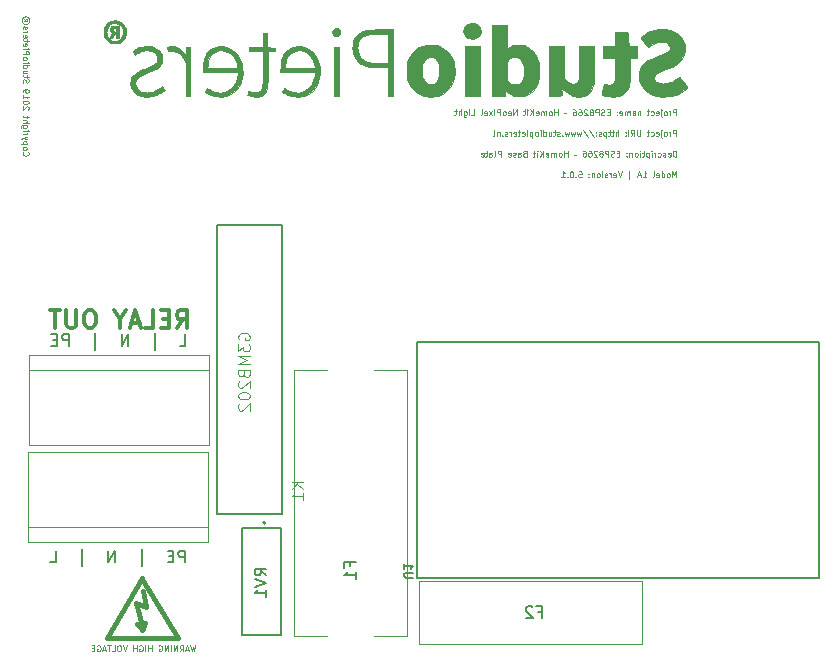
<source format=gbo>
G04 #@! TF.GenerationSoftware,KiCad,Pcbnew,(5.1.2)-2*
G04 #@! TF.CreationDate,2019-08-09T14:08:30+02:00*
G04 #@! TF.ProjectId,ESP Base,45535020-4261-4736-952e-6b696361645f,1.0.8*
G04 #@! TF.SameCoordinates,Original*
G04 #@! TF.FileFunction,Legend,Bot*
G04 #@! TF.FilePolarity,Positive*
%FSLAX46Y46*%
G04 Gerber Fmt 4.6, Leading zero omitted, Abs format (unit mm)*
G04 Created by KiCad (PCBNEW (5.1.2)-2) date 2019-08-09 14:08:30*
%MOMM*%
%LPD*%
G04 APERTURE LIST*
%ADD10C,0.125000*%
%ADD11C,0.300000*%
%ADD12C,0.381000*%
%ADD13C,0.010000*%
%ADD14C,0.120000*%
%ADD15C,0.127000*%
%ADD16C,0.200000*%
%ADD17C,0.150000*%
%ADD18C,0.050000*%
G04 APERTURE END LIST*
D10*
X59801428Y-73485238D02*
X59777619Y-73509047D01*
X59753809Y-73580476D01*
X59753809Y-73628095D01*
X59777619Y-73699523D01*
X59825238Y-73747142D01*
X59872857Y-73770952D01*
X59968095Y-73794761D01*
X60039523Y-73794761D01*
X60134761Y-73770952D01*
X60182380Y-73747142D01*
X60230000Y-73699523D01*
X60253809Y-73628095D01*
X60253809Y-73580476D01*
X60230000Y-73509047D01*
X60206190Y-73485238D01*
X59753809Y-73199523D02*
X59777619Y-73247142D01*
X59801428Y-73270952D01*
X59849047Y-73294761D01*
X59991904Y-73294761D01*
X60039523Y-73270952D01*
X60063333Y-73247142D01*
X60087142Y-73199523D01*
X60087142Y-73128095D01*
X60063333Y-73080476D01*
X60039523Y-73056666D01*
X59991904Y-73032857D01*
X59849047Y-73032857D01*
X59801428Y-73056666D01*
X59777619Y-73080476D01*
X59753809Y-73128095D01*
X59753809Y-73199523D01*
X60087142Y-72818571D02*
X59587142Y-72818571D01*
X60063333Y-72818571D02*
X60087142Y-72770952D01*
X60087142Y-72675714D01*
X60063333Y-72628095D01*
X60039523Y-72604285D01*
X59991904Y-72580476D01*
X59849047Y-72580476D01*
X59801428Y-72604285D01*
X59777619Y-72628095D01*
X59753809Y-72675714D01*
X59753809Y-72770952D01*
X59777619Y-72818571D01*
X60087142Y-72413809D02*
X59753809Y-72294761D01*
X60087142Y-72175714D02*
X59753809Y-72294761D01*
X59634761Y-72342380D01*
X59610952Y-72366190D01*
X59587142Y-72413809D01*
X59753809Y-71985238D02*
X60087142Y-71985238D01*
X59991904Y-71985238D02*
X60039523Y-71961428D01*
X60063333Y-71937619D01*
X60087142Y-71890000D01*
X60087142Y-71842380D01*
X59753809Y-71675714D02*
X60087142Y-71675714D01*
X60253809Y-71675714D02*
X60230000Y-71699523D01*
X60206190Y-71675714D01*
X60230000Y-71651904D01*
X60253809Y-71675714D01*
X60206190Y-71675714D01*
X60087142Y-71223333D02*
X59682380Y-71223333D01*
X59634761Y-71247142D01*
X59610952Y-71270952D01*
X59587142Y-71318571D01*
X59587142Y-71390000D01*
X59610952Y-71437619D01*
X59777619Y-71223333D02*
X59753809Y-71270952D01*
X59753809Y-71366190D01*
X59777619Y-71413809D01*
X59801428Y-71437619D01*
X59849047Y-71461428D01*
X59991904Y-71461428D01*
X60039523Y-71437619D01*
X60063333Y-71413809D01*
X60087142Y-71366190D01*
X60087142Y-71270952D01*
X60063333Y-71223333D01*
X59753809Y-70985238D02*
X60253809Y-70985238D01*
X59753809Y-70770952D02*
X60015714Y-70770952D01*
X60063333Y-70794761D01*
X60087142Y-70842380D01*
X60087142Y-70913809D01*
X60063333Y-70961428D01*
X60039523Y-70985238D01*
X60087142Y-70604285D02*
X60087142Y-70413809D01*
X60253809Y-70532857D02*
X59825238Y-70532857D01*
X59777619Y-70509047D01*
X59753809Y-70461428D01*
X59753809Y-70413809D01*
X60206190Y-69890000D02*
X60230000Y-69866190D01*
X60253809Y-69818571D01*
X60253809Y-69699523D01*
X60230000Y-69651904D01*
X60206190Y-69628095D01*
X60158571Y-69604285D01*
X60110952Y-69604285D01*
X60039523Y-69628095D01*
X59753809Y-69913809D01*
X59753809Y-69604285D01*
X60253809Y-69294761D02*
X60253809Y-69247142D01*
X60230000Y-69199523D01*
X60206190Y-69175714D01*
X60158571Y-69151904D01*
X60063333Y-69128095D01*
X59944285Y-69128095D01*
X59849047Y-69151904D01*
X59801428Y-69175714D01*
X59777619Y-69199523D01*
X59753809Y-69247142D01*
X59753809Y-69294761D01*
X59777619Y-69342380D01*
X59801428Y-69366190D01*
X59849047Y-69390000D01*
X59944285Y-69413809D01*
X60063333Y-69413809D01*
X60158571Y-69390000D01*
X60206190Y-69366190D01*
X60230000Y-69342380D01*
X60253809Y-69294761D01*
X59753809Y-68651904D02*
X59753809Y-68937619D01*
X59753809Y-68794761D02*
X60253809Y-68794761D01*
X60182380Y-68842380D01*
X60134761Y-68890000D01*
X60110952Y-68937619D01*
X59753809Y-68413809D02*
X59753809Y-68318571D01*
X59777619Y-68270952D01*
X59801428Y-68247142D01*
X59872857Y-68199523D01*
X59968095Y-68175714D01*
X60158571Y-68175714D01*
X60206190Y-68199523D01*
X60230000Y-68223333D01*
X60253809Y-68270952D01*
X60253809Y-68366190D01*
X60230000Y-68413809D01*
X60206190Y-68437619D01*
X60158571Y-68461428D01*
X60039523Y-68461428D01*
X59991904Y-68437619D01*
X59968095Y-68413809D01*
X59944285Y-68366190D01*
X59944285Y-68270952D01*
X59968095Y-68223333D01*
X59991904Y-68199523D01*
X60039523Y-68175714D01*
X59777619Y-67604285D02*
X59753809Y-67532857D01*
X59753809Y-67413809D01*
X59777619Y-67366190D01*
X59801428Y-67342380D01*
X59849047Y-67318571D01*
X59896666Y-67318571D01*
X59944285Y-67342380D01*
X59968095Y-67366190D01*
X59991904Y-67413809D01*
X60015714Y-67509047D01*
X60039523Y-67556666D01*
X60063333Y-67580476D01*
X60110952Y-67604285D01*
X60158571Y-67604285D01*
X60206190Y-67580476D01*
X60230000Y-67556666D01*
X60253809Y-67509047D01*
X60253809Y-67390000D01*
X60230000Y-67318571D01*
X60087142Y-67175714D02*
X60087142Y-66985238D01*
X60253809Y-67104285D02*
X59825238Y-67104285D01*
X59777619Y-67080476D01*
X59753809Y-67032857D01*
X59753809Y-66985238D01*
X60087142Y-66604285D02*
X59753809Y-66604285D01*
X60087142Y-66818571D02*
X59825238Y-66818571D01*
X59777619Y-66794761D01*
X59753809Y-66747142D01*
X59753809Y-66675714D01*
X59777619Y-66628095D01*
X59801428Y-66604285D01*
X59753809Y-66151904D02*
X60253809Y-66151904D01*
X59777619Y-66151904D02*
X59753809Y-66199523D01*
X59753809Y-66294761D01*
X59777619Y-66342380D01*
X59801428Y-66366190D01*
X59849047Y-66390000D01*
X59991904Y-66390000D01*
X60039523Y-66366190D01*
X60063333Y-66342380D01*
X60087142Y-66294761D01*
X60087142Y-66199523D01*
X60063333Y-66151904D01*
X59753809Y-65913809D02*
X60087142Y-65913809D01*
X60253809Y-65913809D02*
X60230000Y-65937619D01*
X60206190Y-65913809D01*
X60230000Y-65890000D01*
X60253809Y-65913809D01*
X60206190Y-65913809D01*
X59753809Y-65604285D02*
X59777619Y-65651904D01*
X59801428Y-65675714D01*
X59849047Y-65699523D01*
X59991904Y-65699523D01*
X60039523Y-65675714D01*
X60063333Y-65651904D01*
X60087142Y-65604285D01*
X60087142Y-65532857D01*
X60063333Y-65485238D01*
X60039523Y-65461428D01*
X59991904Y-65437619D01*
X59849047Y-65437619D01*
X59801428Y-65461428D01*
X59777619Y-65485238D01*
X59753809Y-65532857D01*
X59753809Y-65604285D01*
X59753809Y-65223333D02*
X60253809Y-65223333D01*
X60253809Y-65032857D01*
X60230000Y-64985238D01*
X60206190Y-64961428D01*
X60158571Y-64937619D01*
X60087142Y-64937619D01*
X60039523Y-64961428D01*
X60015714Y-64985238D01*
X59991904Y-65032857D01*
X59991904Y-65223333D01*
X59753809Y-64723333D02*
X60087142Y-64723333D01*
X60253809Y-64723333D02*
X60230000Y-64747142D01*
X60206190Y-64723333D01*
X60230000Y-64699523D01*
X60253809Y-64723333D01*
X60206190Y-64723333D01*
X59777619Y-64294761D02*
X59753809Y-64342380D01*
X59753809Y-64437619D01*
X59777619Y-64485238D01*
X59825238Y-64509047D01*
X60015714Y-64509047D01*
X60063333Y-64485238D01*
X60087142Y-64437619D01*
X60087142Y-64342380D01*
X60063333Y-64294761D01*
X60015714Y-64270952D01*
X59968095Y-64270952D01*
X59920476Y-64509047D01*
X60087142Y-64128095D02*
X60087142Y-63937619D01*
X60253809Y-64056666D02*
X59825238Y-64056666D01*
X59777619Y-64032857D01*
X59753809Y-63985238D01*
X59753809Y-63937619D01*
X59777619Y-63580476D02*
X59753809Y-63628095D01*
X59753809Y-63723333D01*
X59777619Y-63770952D01*
X59825238Y-63794761D01*
X60015714Y-63794761D01*
X60063333Y-63770952D01*
X60087142Y-63723333D01*
X60087142Y-63628095D01*
X60063333Y-63580476D01*
X60015714Y-63556666D01*
X59968095Y-63556666D01*
X59920476Y-63794761D01*
X59753809Y-63342380D02*
X60087142Y-63342380D01*
X59991904Y-63342380D02*
X60039523Y-63318571D01*
X60063333Y-63294761D01*
X60087142Y-63247142D01*
X60087142Y-63199523D01*
X59777619Y-63056666D02*
X59753809Y-63009047D01*
X59753809Y-62913809D01*
X59777619Y-62866190D01*
X59825238Y-62842380D01*
X59849047Y-62842380D01*
X59896666Y-62866190D01*
X59920476Y-62913809D01*
X59920476Y-62985238D01*
X59944285Y-63032857D01*
X59991904Y-63056666D01*
X60015714Y-63056666D01*
X60063333Y-63032857D01*
X60087142Y-62985238D01*
X60087142Y-62913809D01*
X60063333Y-62866190D01*
X59825238Y-62199523D02*
X59968095Y-62318571D01*
X59825238Y-62413809D02*
X60158571Y-62413809D01*
X60158571Y-62270952D01*
X60134761Y-62223333D01*
X60087142Y-62199523D01*
X60039523Y-62199523D01*
X59991904Y-62223333D01*
X59968095Y-62270952D01*
X59968095Y-62413809D01*
X60325238Y-62318571D02*
X60301428Y-62437619D01*
X60230000Y-62556666D01*
X60110952Y-62628095D01*
X59991904Y-62651904D01*
X59872857Y-62628095D01*
X59753809Y-62556666D01*
X59682380Y-62437619D01*
X59658571Y-62318571D01*
X59682380Y-62199523D01*
X59753809Y-62080476D01*
X59872857Y-62009047D01*
X59991904Y-61985238D01*
X60110952Y-62009047D01*
X60230000Y-62080476D01*
X60301428Y-62199523D01*
X60325238Y-62318571D01*
D11*
X72801428Y-88368571D02*
X73301428Y-87654285D01*
X73658571Y-88368571D02*
X73658571Y-86868571D01*
X73087142Y-86868571D01*
X72944285Y-86940000D01*
X72872857Y-87011428D01*
X72801428Y-87154285D01*
X72801428Y-87368571D01*
X72872857Y-87511428D01*
X72944285Y-87582857D01*
X73087142Y-87654285D01*
X73658571Y-87654285D01*
X72158571Y-87582857D02*
X71658571Y-87582857D01*
X71444285Y-88368571D02*
X72158571Y-88368571D01*
X72158571Y-86868571D01*
X71444285Y-86868571D01*
X70087142Y-88368571D02*
X70801428Y-88368571D01*
X70801428Y-86868571D01*
X69658571Y-87940000D02*
X68944285Y-87940000D01*
X69801428Y-88368571D02*
X69301428Y-86868571D01*
X68801428Y-88368571D01*
X68015714Y-87654285D02*
X68015714Y-88368571D01*
X68515714Y-86868571D02*
X68015714Y-87654285D01*
X67515714Y-86868571D01*
X65587142Y-86868571D02*
X65301428Y-86868571D01*
X65158571Y-86940000D01*
X65015714Y-87082857D01*
X64944285Y-87368571D01*
X64944285Y-87868571D01*
X65015714Y-88154285D01*
X65158571Y-88297142D01*
X65301428Y-88368571D01*
X65587142Y-88368571D01*
X65730000Y-88297142D01*
X65872857Y-88154285D01*
X65944285Y-87868571D01*
X65944285Y-87368571D01*
X65872857Y-87082857D01*
X65730000Y-86940000D01*
X65587142Y-86868571D01*
X64301428Y-86868571D02*
X64301428Y-88082857D01*
X64230000Y-88225714D01*
X64158571Y-88297142D01*
X64015714Y-88368571D01*
X63730000Y-88368571D01*
X63587142Y-88297142D01*
X63515714Y-88225714D01*
X63444285Y-88082857D01*
X63444285Y-86868571D01*
X62944285Y-86868571D02*
X62087142Y-86868571D01*
X62515714Y-88368571D02*
X62515714Y-86868571D01*
D10*
X115079702Y-70361190D02*
X115079702Y-69861190D01*
X114889226Y-69861190D01*
X114841607Y-69885000D01*
X114817797Y-69908809D01*
X114793988Y-69956428D01*
X114793988Y-70027857D01*
X114817797Y-70075476D01*
X114841607Y-70099285D01*
X114889226Y-70123095D01*
X115079702Y-70123095D01*
X114579702Y-70361190D02*
X114579702Y-70027857D01*
X114579702Y-70123095D02*
X114555892Y-70075476D01*
X114532083Y-70051666D01*
X114484464Y-70027857D01*
X114436845Y-70027857D01*
X114198750Y-70361190D02*
X114246369Y-70337380D01*
X114270178Y-70313571D01*
X114293988Y-70265952D01*
X114293988Y-70123095D01*
X114270178Y-70075476D01*
X114246369Y-70051666D01*
X114198750Y-70027857D01*
X114127321Y-70027857D01*
X114079702Y-70051666D01*
X114055892Y-70075476D01*
X114032083Y-70123095D01*
X114032083Y-70265952D01*
X114055892Y-70313571D01*
X114079702Y-70337380D01*
X114127321Y-70361190D01*
X114198750Y-70361190D01*
X113817797Y-70027857D02*
X113817797Y-70456428D01*
X113841607Y-70504047D01*
X113889226Y-70527857D01*
X113913035Y-70527857D01*
X113817797Y-69861190D02*
X113841607Y-69885000D01*
X113817797Y-69908809D01*
X113793988Y-69885000D01*
X113817797Y-69861190D01*
X113817797Y-69908809D01*
X113389226Y-70337380D02*
X113436845Y-70361190D01*
X113532083Y-70361190D01*
X113579702Y-70337380D01*
X113603511Y-70289761D01*
X113603511Y-70099285D01*
X113579702Y-70051666D01*
X113532083Y-70027857D01*
X113436845Y-70027857D01*
X113389226Y-70051666D01*
X113365416Y-70099285D01*
X113365416Y-70146904D01*
X113603511Y-70194523D01*
X112936845Y-70337380D02*
X112984464Y-70361190D01*
X113079702Y-70361190D01*
X113127321Y-70337380D01*
X113151130Y-70313571D01*
X113174940Y-70265952D01*
X113174940Y-70123095D01*
X113151130Y-70075476D01*
X113127321Y-70051666D01*
X113079702Y-70027857D01*
X112984464Y-70027857D01*
X112936845Y-70051666D01*
X112793988Y-70027857D02*
X112603511Y-70027857D01*
X112722559Y-69861190D02*
X112722559Y-70289761D01*
X112698750Y-70337380D01*
X112651130Y-70361190D01*
X112603511Y-70361190D01*
X112055892Y-70027857D02*
X112055892Y-70361190D01*
X112055892Y-70075476D02*
X112032083Y-70051666D01*
X111984464Y-70027857D01*
X111913035Y-70027857D01*
X111865416Y-70051666D01*
X111841607Y-70099285D01*
X111841607Y-70361190D01*
X111389226Y-70361190D02*
X111389226Y-70099285D01*
X111413035Y-70051666D01*
X111460654Y-70027857D01*
X111555892Y-70027857D01*
X111603511Y-70051666D01*
X111389226Y-70337380D02*
X111436845Y-70361190D01*
X111555892Y-70361190D01*
X111603511Y-70337380D01*
X111627321Y-70289761D01*
X111627321Y-70242142D01*
X111603511Y-70194523D01*
X111555892Y-70170714D01*
X111436845Y-70170714D01*
X111389226Y-70146904D01*
X111151130Y-70361190D02*
X111151130Y-70027857D01*
X111151130Y-70075476D02*
X111127321Y-70051666D01*
X111079702Y-70027857D01*
X111008273Y-70027857D01*
X110960654Y-70051666D01*
X110936845Y-70099285D01*
X110936845Y-70361190D01*
X110936845Y-70099285D02*
X110913035Y-70051666D01*
X110865416Y-70027857D01*
X110793988Y-70027857D01*
X110746369Y-70051666D01*
X110722559Y-70099285D01*
X110722559Y-70361190D01*
X110293988Y-70337380D02*
X110341607Y-70361190D01*
X110436845Y-70361190D01*
X110484464Y-70337380D01*
X110508273Y-70289761D01*
X110508273Y-70099285D01*
X110484464Y-70051666D01*
X110436845Y-70027857D01*
X110341607Y-70027857D01*
X110293988Y-70051666D01*
X110270178Y-70099285D01*
X110270178Y-70146904D01*
X110508273Y-70194523D01*
X110055892Y-70313571D02*
X110032083Y-70337380D01*
X110055892Y-70361190D01*
X110079702Y-70337380D01*
X110055892Y-70313571D01*
X110055892Y-70361190D01*
X110055892Y-70051666D02*
X110032083Y-70075476D01*
X110055892Y-70099285D01*
X110079702Y-70075476D01*
X110055892Y-70051666D01*
X110055892Y-70099285D01*
X109436845Y-70099285D02*
X109270178Y-70099285D01*
X109198750Y-70361190D02*
X109436845Y-70361190D01*
X109436845Y-69861190D01*
X109198750Y-69861190D01*
X109008273Y-70337380D02*
X108936845Y-70361190D01*
X108817797Y-70361190D01*
X108770178Y-70337380D01*
X108746369Y-70313571D01*
X108722559Y-70265952D01*
X108722559Y-70218333D01*
X108746369Y-70170714D01*
X108770178Y-70146904D01*
X108817797Y-70123095D01*
X108913035Y-70099285D01*
X108960654Y-70075476D01*
X108984464Y-70051666D01*
X109008273Y-70004047D01*
X109008273Y-69956428D01*
X108984464Y-69908809D01*
X108960654Y-69885000D01*
X108913035Y-69861190D01*
X108793988Y-69861190D01*
X108722559Y-69885000D01*
X108508273Y-70361190D02*
X108508273Y-69861190D01*
X108317797Y-69861190D01*
X108270178Y-69885000D01*
X108246369Y-69908809D01*
X108222559Y-69956428D01*
X108222559Y-70027857D01*
X108246369Y-70075476D01*
X108270178Y-70099285D01*
X108317797Y-70123095D01*
X108508273Y-70123095D01*
X107936845Y-70075476D02*
X107984464Y-70051666D01*
X108008273Y-70027857D01*
X108032083Y-69980238D01*
X108032083Y-69956428D01*
X108008273Y-69908809D01*
X107984464Y-69885000D01*
X107936845Y-69861190D01*
X107841607Y-69861190D01*
X107793988Y-69885000D01*
X107770178Y-69908809D01*
X107746369Y-69956428D01*
X107746369Y-69980238D01*
X107770178Y-70027857D01*
X107793988Y-70051666D01*
X107841607Y-70075476D01*
X107936845Y-70075476D01*
X107984464Y-70099285D01*
X108008273Y-70123095D01*
X108032083Y-70170714D01*
X108032083Y-70265952D01*
X108008273Y-70313571D01*
X107984464Y-70337380D01*
X107936845Y-70361190D01*
X107841607Y-70361190D01*
X107793988Y-70337380D01*
X107770178Y-70313571D01*
X107746369Y-70265952D01*
X107746369Y-70170714D01*
X107770178Y-70123095D01*
X107793988Y-70099285D01*
X107841607Y-70075476D01*
X107555892Y-69908809D02*
X107532083Y-69885000D01*
X107484464Y-69861190D01*
X107365416Y-69861190D01*
X107317797Y-69885000D01*
X107293988Y-69908809D01*
X107270178Y-69956428D01*
X107270178Y-70004047D01*
X107293988Y-70075476D01*
X107579702Y-70361190D01*
X107270178Y-70361190D01*
X106841607Y-69861190D02*
X106936845Y-69861190D01*
X106984464Y-69885000D01*
X107008273Y-69908809D01*
X107055892Y-69980238D01*
X107079702Y-70075476D01*
X107079702Y-70265952D01*
X107055892Y-70313571D01*
X107032083Y-70337380D01*
X106984464Y-70361190D01*
X106889226Y-70361190D01*
X106841607Y-70337380D01*
X106817797Y-70313571D01*
X106793988Y-70265952D01*
X106793988Y-70146904D01*
X106817797Y-70099285D01*
X106841607Y-70075476D01*
X106889226Y-70051666D01*
X106984464Y-70051666D01*
X107032083Y-70075476D01*
X107055892Y-70099285D01*
X107079702Y-70146904D01*
X106365416Y-69861190D02*
X106460654Y-69861190D01*
X106508273Y-69885000D01*
X106532083Y-69908809D01*
X106579702Y-69980238D01*
X106603511Y-70075476D01*
X106603511Y-70265952D01*
X106579702Y-70313571D01*
X106555892Y-70337380D01*
X106508273Y-70361190D01*
X106413035Y-70361190D01*
X106365416Y-70337380D01*
X106341607Y-70313571D01*
X106317797Y-70265952D01*
X106317797Y-70146904D01*
X106341607Y-70099285D01*
X106365416Y-70075476D01*
X106413035Y-70051666D01*
X106508273Y-70051666D01*
X106555892Y-70075476D01*
X106579702Y-70099285D01*
X106603511Y-70146904D01*
X105603511Y-70194523D02*
X105793988Y-70194523D01*
X105055892Y-70361190D02*
X105055892Y-69861190D01*
X105055892Y-70099285D02*
X104770178Y-70099285D01*
X104770178Y-70361190D02*
X104770178Y-69861190D01*
X104460654Y-70361190D02*
X104508273Y-70337380D01*
X104532083Y-70313571D01*
X104555892Y-70265952D01*
X104555892Y-70123095D01*
X104532083Y-70075476D01*
X104508273Y-70051666D01*
X104460654Y-70027857D01*
X104389226Y-70027857D01*
X104341607Y-70051666D01*
X104317797Y-70075476D01*
X104293988Y-70123095D01*
X104293988Y-70265952D01*
X104317797Y-70313571D01*
X104341607Y-70337380D01*
X104389226Y-70361190D01*
X104460654Y-70361190D01*
X104079702Y-70361190D02*
X104079702Y-70027857D01*
X104079702Y-70075476D02*
X104055892Y-70051666D01*
X104008273Y-70027857D01*
X103936845Y-70027857D01*
X103889226Y-70051666D01*
X103865416Y-70099285D01*
X103865416Y-70361190D01*
X103865416Y-70099285D02*
X103841607Y-70051666D01*
X103793988Y-70027857D01*
X103722559Y-70027857D01*
X103674940Y-70051666D01*
X103651130Y-70099285D01*
X103651130Y-70361190D01*
X103222559Y-70337380D02*
X103270178Y-70361190D01*
X103365416Y-70361190D01*
X103413035Y-70337380D01*
X103436845Y-70289761D01*
X103436845Y-70099285D01*
X103413035Y-70051666D01*
X103365416Y-70027857D01*
X103270178Y-70027857D01*
X103222559Y-70051666D01*
X103198750Y-70099285D01*
X103198750Y-70146904D01*
X103436845Y-70194523D01*
X102984464Y-70361190D02*
X102984464Y-69861190D01*
X102698750Y-70361190D02*
X102913035Y-70075476D01*
X102698750Y-69861190D02*
X102984464Y-70146904D01*
X102484464Y-70361190D02*
X102484464Y-70027857D01*
X102484464Y-69861190D02*
X102508273Y-69885000D01*
X102484464Y-69908809D01*
X102460654Y-69885000D01*
X102484464Y-69861190D01*
X102484464Y-69908809D01*
X102317797Y-70027857D02*
X102127321Y-70027857D01*
X102246369Y-69861190D02*
X102246369Y-70289761D01*
X102222559Y-70337380D01*
X102174940Y-70361190D01*
X102127321Y-70361190D01*
X101579702Y-70361190D02*
X101579702Y-69861190D01*
X101293988Y-70361190D01*
X101293988Y-69861190D01*
X100865416Y-70337380D02*
X100913035Y-70361190D01*
X101008273Y-70361190D01*
X101055892Y-70337380D01*
X101079702Y-70289761D01*
X101079702Y-70099285D01*
X101055892Y-70051666D01*
X101008273Y-70027857D01*
X100913035Y-70027857D01*
X100865416Y-70051666D01*
X100841607Y-70099285D01*
X100841607Y-70146904D01*
X101079702Y-70194523D01*
X100555892Y-70361190D02*
X100603511Y-70337380D01*
X100627321Y-70313571D01*
X100651130Y-70265952D01*
X100651130Y-70123095D01*
X100627321Y-70075476D01*
X100603511Y-70051666D01*
X100555892Y-70027857D01*
X100484464Y-70027857D01*
X100436845Y-70051666D01*
X100413035Y-70075476D01*
X100389226Y-70123095D01*
X100389226Y-70265952D01*
X100413035Y-70313571D01*
X100436845Y-70337380D01*
X100484464Y-70361190D01*
X100555892Y-70361190D01*
X100174940Y-70361190D02*
X100174940Y-69861190D01*
X99984464Y-69861190D01*
X99936845Y-69885000D01*
X99913035Y-69908809D01*
X99889226Y-69956428D01*
X99889226Y-70027857D01*
X99913035Y-70075476D01*
X99936845Y-70099285D01*
X99984464Y-70123095D01*
X100174940Y-70123095D01*
X99674940Y-70361190D02*
X99674940Y-70027857D01*
X99674940Y-69861190D02*
X99698750Y-69885000D01*
X99674940Y-69908809D01*
X99651130Y-69885000D01*
X99674940Y-69861190D01*
X99674940Y-69908809D01*
X99484464Y-70361190D02*
X99222559Y-70027857D01*
X99484464Y-70027857D02*
X99222559Y-70361190D01*
X98841607Y-70337380D02*
X98889226Y-70361190D01*
X98984464Y-70361190D01*
X99032083Y-70337380D01*
X99055892Y-70289761D01*
X99055892Y-70099285D01*
X99032083Y-70051666D01*
X98984464Y-70027857D01*
X98889226Y-70027857D01*
X98841607Y-70051666D01*
X98817797Y-70099285D01*
X98817797Y-70146904D01*
X99055892Y-70194523D01*
X98532083Y-70361190D02*
X98579702Y-70337380D01*
X98603511Y-70289761D01*
X98603511Y-69861190D01*
X97722559Y-70361190D02*
X97960654Y-70361190D01*
X97960654Y-69861190D01*
X97555892Y-70361190D02*
X97555892Y-70027857D01*
X97555892Y-69861190D02*
X97579702Y-69885000D01*
X97555892Y-69908809D01*
X97532083Y-69885000D01*
X97555892Y-69861190D01*
X97555892Y-69908809D01*
X97103511Y-70027857D02*
X97103511Y-70432619D01*
X97127321Y-70480238D01*
X97151130Y-70504047D01*
X97198750Y-70527857D01*
X97270178Y-70527857D01*
X97317797Y-70504047D01*
X97103511Y-70337380D02*
X97151130Y-70361190D01*
X97246369Y-70361190D01*
X97293988Y-70337380D01*
X97317797Y-70313571D01*
X97341607Y-70265952D01*
X97341607Y-70123095D01*
X97317797Y-70075476D01*
X97293988Y-70051666D01*
X97246369Y-70027857D01*
X97151130Y-70027857D01*
X97103511Y-70051666D01*
X96865416Y-70361190D02*
X96865416Y-69861190D01*
X96651130Y-70361190D02*
X96651130Y-70099285D01*
X96674940Y-70051666D01*
X96722559Y-70027857D01*
X96793988Y-70027857D01*
X96841607Y-70051666D01*
X96865416Y-70075476D01*
X96484464Y-70027857D02*
X96293988Y-70027857D01*
X96413035Y-69861190D02*
X96413035Y-70289761D01*
X96389226Y-70337380D01*
X96341607Y-70361190D01*
X96293988Y-70361190D01*
X115079702Y-72111190D02*
X115079702Y-71611190D01*
X114889226Y-71611190D01*
X114841607Y-71635000D01*
X114817797Y-71658809D01*
X114793988Y-71706428D01*
X114793988Y-71777857D01*
X114817797Y-71825476D01*
X114841607Y-71849285D01*
X114889226Y-71873095D01*
X115079702Y-71873095D01*
X114579702Y-72111190D02*
X114579702Y-71777857D01*
X114579702Y-71873095D02*
X114555892Y-71825476D01*
X114532083Y-71801666D01*
X114484464Y-71777857D01*
X114436845Y-71777857D01*
X114198750Y-72111190D02*
X114246369Y-72087380D01*
X114270178Y-72063571D01*
X114293988Y-72015952D01*
X114293988Y-71873095D01*
X114270178Y-71825476D01*
X114246369Y-71801666D01*
X114198750Y-71777857D01*
X114127321Y-71777857D01*
X114079702Y-71801666D01*
X114055892Y-71825476D01*
X114032083Y-71873095D01*
X114032083Y-72015952D01*
X114055892Y-72063571D01*
X114079702Y-72087380D01*
X114127321Y-72111190D01*
X114198750Y-72111190D01*
X113817797Y-71777857D02*
X113817797Y-72206428D01*
X113841607Y-72254047D01*
X113889226Y-72277857D01*
X113913035Y-72277857D01*
X113817797Y-71611190D02*
X113841607Y-71635000D01*
X113817797Y-71658809D01*
X113793988Y-71635000D01*
X113817797Y-71611190D01*
X113817797Y-71658809D01*
X113389226Y-72087380D02*
X113436845Y-72111190D01*
X113532083Y-72111190D01*
X113579702Y-72087380D01*
X113603511Y-72039761D01*
X113603511Y-71849285D01*
X113579702Y-71801666D01*
X113532083Y-71777857D01*
X113436845Y-71777857D01*
X113389226Y-71801666D01*
X113365416Y-71849285D01*
X113365416Y-71896904D01*
X113603511Y-71944523D01*
X112936845Y-72087380D02*
X112984464Y-72111190D01*
X113079702Y-72111190D01*
X113127321Y-72087380D01*
X113151130Y-72063571D01*
X113174940Y-72015952D01*
X113174940Y-71873095D01*
X113151130Y-71825476D01*
X113127321Y-71801666D01*
X113079702Y-71777857D01*
X112984464Y-71777857D01*
X112936845Y-71801666D01*
X112793988Y-71777857D02*
X112603511Y-71777857D01*
X112722559Y-71611190D02*
X112722559Y-72039761D01*
X112698750Y-72087380D01*
X112651130Y-72111190D01*
X112603511Y-72111190D01*
X112055892Y-71611190D02*
X112055892Y-72015952D01*
X112032083Y-72063571D01*
X112008273Y-72087380D01*
X111960654Y-72111190D01*
X111865416Y-72111190D01*
X111817797Y-72087380D01*
X111793988Y-72063571D01*
X111770178Y-72015952D01*
X111770178Y-71611190D01*
X111246369Y-72111190D02*
X111413035Y-71873095D01*
X111532083Y-72111190D02*
X111532083Y-71611190D01*
X111341607Y-71611190D01*
X111293988Y-71635000D01*
X111270178Y-71658809D01*
X111246369Y-71706428D01*
X111246369Y-71777857D01*
X111270178Y-71825476D01*
X111293988Y-71849285D01*
X111341607Y-71873095D01*
X111532083Y-71873095D01*
X111032083Y-72111190D02*
X111032083Y-71611190D01*
X110793988Y-72063571D02*
X110770178Y-72087380D01*
X110793988Y-72111190D01*
X110817797Y-72087380D01*
X110793988Y-72063571D01*
X110793988Y-72111190D01*
X110793988Y-71801666D02*
X110770178Y-71825476D01*
X110793988Y-71849285D01*
X110817797Y-71825476D01*
X110793988Y-71801666D01*
X110793988Y-71849285D01*
X110174940Y-72111190D02*
X110174940Y-71611190D01*
X109960654Y-72111190D02*
X109960654Y-71849285D01*
X109984464Y-71801666D01*
X110032083Y-71777857D01*
X110103511Y-71777857D01*
X110151130Y-71801666D01*
X110174940Y-71825476D01*
X109793988Y-71777857D02*
X109603511Y-71777857D01*
X109722559Y-71611190D02*
X109722559Y-72039761D01*
X109698750Y-72087380D01*
X109651130Y-72111190D01*
X109603511Y-72111190D01*
X109508273Y-71777857D02*
X109317797Y-71777857D01*
X109436845Y-71611190D02*
X109436845Y-72039761D01*
X109413035Y-72087380D01*
X109365416Y-72111190D01*
X109317797Y-72111190D01*
X109151130Y-71777857D02*
X109151130Y-72277857D01*
X109151130Y-71801666D02*
X109103511Y-71777857D01*
X109008273Y-71777857D01*
X108960654Y-71801666D01*
X108936845Y-71825476D01*
X108913035Y-71873095D01*
X108913035Y-72015952D01*
X108936845Y-72063571D01*
X108960654Y-72087380D01*
X109008273Y-72111190D01*
X109103511Y-72111190D01*
X109151130Y-72087380D01*
X108722559Y-72087380D02*
X108674940Y-72111190D01*
X108579702Y-72111190D01*
X108532083Y-72087380D01*
X108508273Y-72039761D01*
X108508273Y-72015952D01*
X108532083Y-71968333D01*
X108579702Y-71944523D01*
X108651130Y-71944523D01*
X108698750Y-71920714D01*
X108722559Y-71873095D01*
X108722559Y-71849285D01*
X108698750Y-71801666D01*
X108651130Y-71777857D01*
X108579702Y-71777857D01*
X108532083Y-71801666D01*
X108293988Y-72063571D02*
X108270178Y-72087380D01*
X108293988Y-72111190D01*
X108317797Y-72087380D01*
X108293988Y-72063571D01*
X108293988Y-72111190D01*
X108293988Y-71801666D02*
X108270178Y-71825476D01*
X108293988Y-71849285D01*
X108317797Y-71825476D01*
X108293988Y-71801666D01*
X108293988Y-71849285D01*
X107698750Y-71587380D02*
X108127321Y-72230238D01*
X107174940Y-71587380D02*
X107603511Y-72230238D01*
X107055892Y-71777857D02*
X106960654Y-72111190D01*
X106865416Y-71873095D01*
X106770178Y-72111190D01*
X106674940Y-71777857D01*
X106532083Y-71777857D02*
X106436845Y-72111190D01*
X106341607Y-71873095D01*
X106246369Y-72111190D01*
X106151130Y-71777857D01*
X106008273Y-71777857D02*
X105913035Y-72111190D01*
X105817797Y-71873095D01*
X105722559Y-72111190D01*
X105627321Y-71777857D01*
X105436845Y-72063571D02*
X105413035Y-72087380D01*
X105436845Y-72111190D01*
X105460654Y-72087380D01*
X105436845Y-72063571D01*
X105436845Y-72111190D01*
X105222559Y-72087380D02*
X105174940Y-72111190D01*
X105079702Y-72111190D01*
X105032083Y-72087380D01*
X105008273Y-72039761D01*
X105008273Y-72015952D01*
X105032083Y-71968333D01*
X105079702Y-71944523D01*
X105151130Y-71944523D01*
X105198750Y-71920714D01*
X105222559Y-71873095D01*
X105222559Y-71849285D01*
X105198750Y-71801666D01*
X105151130Y-71777857D01*
X105079702Y-71777857D01*
X105032083Y-71801666D01*
X104865416Y-71777857D02*
X104674940Y-71777857D01*
X104793988Y-71611190D02*
X104793988Y-72039761D01*
X104770178Y-72087380D01*
X104722559Y-72111190D01*
X104674940Y-72111190D01*
X104293988Y-71777857D02*
X104293988Y-72111190D01*
X104508273Y-71777857D02*
X104508273Y-72039761D01*
X104484464Y-72087380D01*
X104436845Y-72111190D01*
X104365416Y-72111190D01*
X104317797Y-72087380D01*
X104293988Y-72063571D01*
X103841607Y-72111190D02*
X103841607Y-71611190D01*
X103841607Y-72087380D02*
X103889226Y-72111190D01*
X103984464Y-72111190D01*
X104032083Y-72087380D01*
X104055892Y-72063571D01*
X104079702Y-72015952D01*
X104079702Y-71873095D01*
X104055892Y-71825476D01*
X104032083Y-71801666D01*
X103984464Y-71777857D01*
X103889226Y-71777857D01*
X103841607Y-71801666D01*
X103603511Y-72111190D02*
X103603511Y-71777857D01*
X103603511Y-71611190D02*
X103627321Y-71635000D01*
X103603511Y-71658809D01*
X103579702Y-71635000D01*
X103603511Y-71611190D01*
X103603511Y-71658809D01*
X103293988Y-72111190D02*
X103341607Y-72087380D01*
X103365416Y-72063571D01*
X103389226Y-72015952D01*
X103389226Y-71873095D01*
X103365416Y-71825476D01*
X103341607Y-71801666D01*
X103293988Y-71777857D01*
X103222559Y-71777857D01*
X103174940Y-71801666D01*
X103151130Y-71825476D01*
X103127321Y-71873095D01*
X103127321Y-72015952D01*
X103151130Y-72063571D01*
X103174940Y-72087380D01*
X103222559Y-72111190D01*
X103293988Y-72111190D01*
X102913035Y-71777857D02*
X102913035Y-72277857D01*
X102913035Y-71801666D02*
X102865416Y-71777857D01*
X102770178Y-71777857D01*
X102722559Y-71801666D01*
X102698750Y-71825476D01*
X102674940Y-71873095D01*
X102674940Y-72015952D01*
X102698750Y-72063571D01*
X102722559Y-72087380D01*
X102770178Y-72111190D01*
X102865416Y-72111190D01*
X102913035Y-72087380D01*
X102460654Y-72111190D02*
X102460654Y-71777857D01*
X102460654Y-71611190D02*
X102484464Y-71635000D01*
X102460654Y-71658809D01*
X102436845Y-71635000D01*
X102460654Y-71611190D01*
X102460654Y-71658809D01*
X102032083Y-72087380D02*
X102079702Y-72111190D01*
X102174940Y-72111190D01*
X102222559Y-72087380D01*
X102246369Y-72039761D01*
X102246369Y-71849285D01*
X102222559Y-71801666D01*
X102174940Y-71777857D01*
X102079702Y-71777857D01*
X102032083Y-71801666D01*
X102008273Y-71849285D01*
X102008273Y-71896904D01*
X102246369Y-71944523D01*
X101865416Y-71777857D02*
X101674940Y-71777857D01*
X101793988Y-71611190D02*
X101793988Y-72039761D01*
X101770178Y-72087380D01*
X101722559Y-72111190D01*
X101674940Y-72111190D01*
X101317797Y-72087380D02*
X101365416Y-72111190D01*
X101460654Y-72111190D01*
X101508273Y-72087380D01*
X101532083Y-72039761D01*
X101532083Y-71849285D01*
X101508273Y-71801666D01*
X101460654Y-71777857D01*
X101365416Y-71777857D01*
X101317797Y-71801666D01*
X101293988Y-71849285D01*
X101293988Y-71896904D01*
X101532083Y-71944523D01*
X101079702Y-72111190D02*
X101079702Y-71777857D01*
X101079702Y-71873095D02*
X101055892Y-71825476D01*
X101032083Y-71801666D01*
X100984464Y-71777857D01*
X100936845Y-71777857D01*
X100793988Y-72087380D02*
X100746369Y-72111190D01*
X100651130Y-72111190D01*
X100603511Y-72087380D01*
X100579702Y-72039761D01*
X100579702Y-72015952D01*
X100603511Y-71968333D01*
X100651130Y-71944523D01*
X100722559Y-71944523D01*
X100770178Y-71920714D01*
X100793988Y-71873095D01*
X100793988Y-71849285D01*
X100770178Y-71801666D01*
X100722559Y-71777857D01*
X100651130Y-71777857D01*
X100603511Y-71801666D01*
X100365416Y-72063571D02*
X100341607Y-72087380D01*
X100365416Y-72111190D01*
X100389226Y-72087380D01*
X100365416Y-72063571D01*
X100365416Y-72111190D01*
X100127321Y-71777857D02*
X100127321Y-72111190D01*
X100127321Y-71825476D02*
X100103511Y-71801666D01*
X100055892Y-71777857D01*
X99984464Y-71777857D01*
X99936845Y-71801666D01*
X99913035Y-71849285D01*
X99913035Y-72111190D01*
X99603511Y-72111190D02*
X99651130Y-72087380D01*
X99674940Y-72039761D01*
X99674940Y-71611190D01*
X115079702Y-73861190D02*
X115079702Y-73361190D01*
X114960654Y-73361190D01*
X114889226Y-73385000D01*
X114841607Y-73432619D01*
X114817797Y-73480238D01*
X114793988Y-73575476D01*
X114793988Y-73646904D01*
X114817797Y-73742142D01*
X114841607Y-73789761D01*
X114889226Y-73837380D01*
X114960654Y-73861190D01*
X115079702Y-73861190D01*
X114389226Y-73837380D02*
X114436845Y-73861190D01*
X114532083Y-73861190D01*
X114579702Y-73837380D01*
X114603511Y-73789761D01*
X114603511Y-73599285D01*
X114579702Y-73551666D01*
X114532083Y-73527857D01*
X114436845Y-73527857D01*
X114389226Y-73551666D01*
X114365416Y-73599285D01*
X114365416Y-73646904D01*
X114603511Y-73694523D01*
X114174940Y-73837380D02*
X114127321Y-73861190D01*
X114032083Y-73861190D01*
X113984464Y-73837380D01*
X113960654Y-73789761D01*
X113960654Y-73765952D01*
X113984464Y-73718333D01*
X114032083Y-73694523D01*
X114103511Y-73694523D01*
X114151130Y-73670714D01*
X114174940Y-73623095D01*
X114174940Y-73599285D01*
X114151130Y-73551666D01*
X114103511Y-73527857D01*
X114032083Y-73527857D01*
X113984464Y-73551666D01*
X113532083Y-73837380D02*
X113579702Y-73861190D01*
X113674940Y-73861190D01*
X113722559Y-73837380D01*
X113746369Y-73813571D01*
X113770178Y-73765952D01*
X113770178Y-73623095D01*
X113746369Y-73575476D01*
X113722559Y-73551666D01*
X113674940Y-73527857D01*
X113579702Y-73527857D01*
X113532083Y-73551666D01*
X113317797Y-73861190D02*
X113317797Y-73527857D01*
X113317797Y-73623095D02*
X113293988Y-73575476D01*
X113270178Y-73551666D01*
X113222559Y-73527857D01*
X113174940Y-73527857D01*
X113008273Y-73861190D02*
X113008273Y-73527857D01*
X113008273Y-73361190D02*
X113032083Y-73385000D01*
X113008273Y-73408809D01*
X112984464Y-73385000D01*
X113008273Y-73361190D01*
X113008273Y-73408809D01*
X112770178Y-73527857D02*
X112770178Y-74027857D01*
X112770178Y-73551666D02*
X112722559Y-73527857D01*
X112627321Y-73527857D01*
X112579702Y-73551666D01*
X112555892Y-73575476D01*
X112532083Y-73623095D01*
X112532083Y-73765952D01*
X112555892Y-73813571D01*
X112579702Y-73837380D01*
X112627321Y-73861190D01*
X112722559Y-73861190D01*
X112770178Y-73837380D01*
X112389226Y-73527857D02*
X112198750Y-73527857D01*
X112317797Y-73361190D02*
X112317797Y-73789761D01*
X112293988Y-73837380D01*
X112246369Y-73861190D01*
X112198750Y-73861190D01*
X112032083Y-73861190D02*
X112032083Y-73527857D01*
X112032083Y-73361190D02*
X112055892Y-73385000D01*
X112032083Y-73408809D01*
X112008273Y-73385000D01*
X112032083Y-73361190D01*
X112032083Y-73408809D01*
X111722559Y-73861190D02*
X111770178Y-73837380D01*
X111793988Y-73813571D01*
X111817797Y-73765952D01*
X111817797Y-73623095D01*
X111793988Y-73575476D01*
X111770178Y-73551666D01*
X111722559Y-73527857D01*
X111651130Y-73527857D01*
X111603511Y-73551666D01*
X111579702Y-73575476D01*
X111555892Y-73623095D01*
X111555892Y-73765952D01*
X111579702Y-73813571D01*
X111603511Y-73837380D01*
X111651130Y-73861190D01*
X111722559Y-73861190D01*
X111341607Y-73527857D02*
X111341607Y-73861190D01*
X111341607Y-73575476D02*
X111317797Y-73551666D01*
X111270178Y-73527857D01*
X111198750Y-73527857D01*
X111151130Y-73551666D01*
X111127321Y-73599285D01*
X111127321Y-73861190D01*
X110889226Y-73813571D02*
X110865416Y-73837380D01*
X110889226Y-73861190D01*
X110913035Y-73837380D01*
X110889226Y-73813571D01*
X110889226Y-73861190D01*
X110889226Y-73551666D02*
X110865416Y-73575476D01*
X110889226Y-73599285D01*
X110913035Y-73575476D01*
X110889226Y-73551666D01*
X110889226Y-73599285D01*
X110270178Y-73599285D02*
X110103511Y-73599285D01*
X110032083Y-73861190D02*
X110270178Y-73861190D01*
X110270178Y-73361190D01*
X110032083Y-73361190D01*
X109841607Y-73837380D02*
X109770178Y-73861190D01*
X109651130Y-73861190D01*
X109603511Y-73837380D01*
X109579702Y-73813571D01*
X109555892Y-73765952D01*
X109555892Y-73718333D01*
X109579702Y-73670714D01*
X109603511Y-73646904D01*
X109651130Y-73623095D01*
X109746369Y-73599285D01*
X109793988Y-73575476D01*
X109817797Y-73551666D01*
X109841607Y-73504047D01*
X109841607Y-73456428D01*
X109817797Y-73408809D01*
X109793988Y-73385000D01*
X109746369Y-73361190D01*
X109627321Y-73361190D01*
X109555892Y-73385000D01*
X109341607Y-73861190D02*
X109341607Y-73361190D01*
X109151130Y-73361190D01*
X109103511Y-73385000D01*
X109079702Y-73408809D01*
X109055892Y-73456428D01*
X109055892Y-73527857D01*
X109079702Y-73575476D01*
X109103511Y-73599285D01*
X109151130Y-73623095D01*
X109341607Y-73623095D01*
X108770178Y-73575476D02*
X108817797Y-73551666D01*
X108841607Y-73527857D01*
X108865416Y-73480238D01*
X108865416Y-73456428D01*
X108841607Y-73408809D01*
X108817797Y-73385000D01*
X108770178Y-73361190D01*
X108674940Y-73361190D01*
X108627321Y-73385000D01*
X108603511Y-73408809D01*
X108579702Y-73456428D01*
X108579702Y-73480238D01*
X108603511Y-73527857D01*
X108627321Y-73551666D01*
X108674940Y-73575476D01*
X108770178Y-73575476D01*
X108817797Y-73599285D01*
X108841607Y-73623095D01*
X108865416Y-73670714D01*
X108865416Y-73765952D01*
X108841607Y-73813571D01*
X108817797Y-73837380D01*
X108770178Y-73861190D01*
X108674940Y-73861190D01*
X108627321Y-73837380D01*
X108603511Y-73813571D01*
X108579702Y-73765952D01*
X108579702Y-73670714D01*
X108603511Y-73623095D01*
X108627321Y-73599285D01*
X108674940Y-73575476D01*
X108389226Y-73408809D02*
X108365416Y-73385000D01*
X108317797Y-73361190D01*
X108198750Y-73361190D01*
X108151130Y-73385000D01*
X108127321Y-73408809D01*
X108103511Y-73456428D01*
X108103511Y-73504047D01*
X108127321Y-73575476D01*
X108413035Y-73861190D01*
X108103511Y-73861190D01*
X107674940Y-73361190D02*
X107770178Y-73361190D01*
X107817797Y-73385000D01*
X107841607Y-73408809D01*
X107889226Y-73480238D01*
X107913035Y-73575476D01*
X107913035Y-73765952D01*
X107889226Y-73813571D01*
X107865416Y-73837380D01*
X107817797Y-73861190D01*
X107722559Y-73861190D01*
X107674940Y-73837380D01*
X107651130Y-73813571D01*
X107627321Y-73765952D01*
X107627321Y-73646904D01*
X107651130Y-73599285D01*
X107674940Y-73575476D01*
X107722559Y-73551666D01*
X107817797Y-73551666D01*
X107865416Y-73575476D01*
X107889226Y-73599285D01*
X107913035Y-73646904D01*
X107198750Y-73361190D02*
X107293988Y-73361190D01*
X107341607Y-73385000D01*
X107365416Y-73408809D01*
X107413035Y-73480238D01*
X107436845Y-73575476D01*
X107436845Y-73765952D01*
X107413035Y-73813571D01*
X107389226Y-73837380D01*
X107341607Y-73861190D01*
X107246369Y-73861190D01*
X107198750Y-73837380D01*
X107174940Y-73813571D01*
X107151130Y-73765952D01*
X107151130Y-73646904D01*
X107174940Y-73599285D01*
X107198750Y-73575476D01*
X107246369Y-73551666D01*
X107341607Y-73551666D01*
X107389226Y-73575476D01*
X107413035Y-73599285D01*
X107436845Y-73646904D01*
X106436845Y-73694523D02*
X106627321Y-73694523D01*
X105889226Y-73861190D02*
X105889226Y-73361190D01*
X105889226Y-73599285D02*
X105603511Y-73599285D01*
X105603511Y-73861190D02*
X105603511Y-73361190D01*
X105293988Y-73861190D02*
X105341607Y-73837380D01*
X105365416Y-73813571D01*
X105389226Y-73765952D01*
X105389226Y-73623095D01*
X105365416Y-73575476D01*
X105341607Y-73551666D01*
X105293988Y-73527857D01*
X105222559Y-73527857D01*
X105174940Y-73551666D01*
X105151130Y-73575476D01*
X105127321Y-73623095D01*
X105127321Y-73765952D01*
X105151130Y-73813571D01*
X105174940Y-73837380D01*
X105222559Y-73861190D01*
X105293988Y-73861190D01*
X104913035Y-73861190D02*
X104913035Y-73527857D01*
X104913035Y-73575476D02*
X104889226Y-73551666D01*
X104841607Y-73527857D01*
X104770178Y-73527857D01*
X104722559Y-73551666D01*
X104698750Y-73599285D01*
X104698750Y-73861190D01*
X104698750Y-73599285D02*
X104674940Y-73551666D01*
X104627321Y-73527857D01*
X104555892Y-73527857D01*
X104508273Y-73551666D01*
X104484464Y-73599285D01*
X104484464Y-73861190D01*
X104055892Y-73837380D02*
X104103511Y-73861190D01*
X104198750Y-73861190D01*
X104246369Y-73837380D01*
X104270178Y-73789761D01*
X104270178Y-73599285D01*
X104246369Y-73551666D01*
X104198750Y-73527857D01*
X104103511Y-73527857D01*
X104055892Y-73551666D01*
X104032083Y-73599285D01*
X104032083Y-73646904D01*
X104270178Y-73694523D01*
X103817797Y-73861190D02*
X103817797Y-73361190D01*
X103532083Y-73861190D02*
X103746369Y-73575476D01*
X103532083Y-73361190D02*
X103817797Y-73646904D01*
X103317797Y-73861190D02*
X103317797Y-73527857D01*
X103317797Y-73361190D02*
X103341607Y-73385000D01*
X103317797Y-73408809D01*
X103293988Y-73385000D01*
X103317797Y-73361190D01*
X103317797Y-73408809D01*
X103151130Y-73527857D02*
X102960654Y-73527857D01*
X103079702Y-73361190D02*
X103079702Y-73789761D01*
X103055892Y-73837380D01*
X103008273Y-73861190D01*
X102960654Y-73861190D01*
X102246369Y-73599285D02*
X102174940Y-73623095D01*
X102151130Y-73646904D01*
X102127321Y-73694523D01*
X102127321Y-73765952D01*
X102151130Y-73813571D01*
X102174940Y-73837380D01*
X102222559Y-73861190D01*
X102413035Y-73861190D01*
X102413035Y-73361190D01*
X102246369Y-73361190D01*
X102198750Y-73385000D01*
X102174940Y-73408809D01*
X102151130Y-73456428D01*
X102151130Y-73504047D01*
X102174940Y-73551666D01*
X102198750Y-73575476D01*
X102246369Y-73599285D01*
X102413035Y-73599285D01*
X101698750Y-73861190D02*
X101698750Y-73599285D01*
X101722559Y-73551666D01*
X101770178Y-73527857D01*
X101865416Y-73527857D01*
X101913035Y-73551666D01*
X101698750Y-73837380D02*
X101746369Y-73861190D01*
X101865416Y-73861190D01*
X101913035Y-73837380D01*
X101936845Y-73789761D01*
X101936845Y-73742142D01*
X101913035Y-73694523D01*
X101865416Y-73670714D01*
X101746369Y-73670714D01*
X101698750Y-73646904D01*
X101484464Y-73837380D02*
X101436845Y-73861190D01*
X101341607Y-73861190D01*
X101293988Y-73837380D01*
X101270178Y-73789761D01*
X101270178Y-73765952D01*
X101293988Y-73718333D01*
X101341607Y-73694523D01*
X101413035Y-73694523D01*
X101460654Y-73670714D01*
X101484464Y-73623095D01*
X101484464Y-73599285D01*
X101460654Y-73551666D01*
X101413035Y-73527857D01*
X101341607Y-73527857D01*
X101293988Y-73551666D01*
X100865416Y-73837380D02*
X100913035Y-73861190D01*
X101008273Y-73861190D01*
X101055892Y-73837380D01*
X101079702Y-73789761D01*
X101079702Y-73599285D01*
X101055892Y-73551666D01*
X101008273Y-73527857D01*
X100913035Y-73527857D01*
X100865416Y-73551666D01*
X100841607Y-73599285D01*
X100841607Y-73646904D01*
X101079702Y-73694523D01*
X100246369Y-73861190D02*
X100246369Y-73361190D01*
X100055892Y-73361190D01*
X100008273Y-73385000D01*
X99984464Y-73408809D01*
X99960654Y-73456428D01*
X99960654Y-73527857D01*
X99984464Y-73575476D01*
X100008273Y-73599285D01*
X100055892Y-73623095D01*
X100246369Y-73623095D01*
X99674940Y-73861190D02*
X99722559Y-73837380D01*
X99746369Y-73789761D01*
X99746369Y-73361190D01*
X99270178Y-73861190D02*
X99270178Y-73599285D01*
X99293988Y-73551666D01*
X99341607Y-73527857D01*
X99436845Y-73527857D01*
X99484464Y-73551666D01*
X99270178Y-73837380D02*
X99317797Y-73861190D01*
X99436845Y-73861190D01*
X99484464Y-73837380D01*
X99508273Y-73789761D01*
X99508273Y-73742142D01*
X99484464Y-73694523D01*
X99436845Y-73670714D01*
X99317797Y-73670714D01*
X99270178Y-73646904D01*
X99103511Y-73527857D02*
X98913035Y-73527857D01*
X99032083Y-73361190D02*
X99032083Y-73789761D01*
X99008273Y-73837380D01*
X98960654Y-73861190D01*
X98913035Y-73861190D01*
X98555892Y-73837380D02*
X98603511Y-73861190D01*
X98698750Y-73861190D01*
X98746369Y-73837380D01*
X98770178Y-73789761D01*
X98770178Y-73599285D01*
X98746369Y-73551666D01*
X98698750Y-73527857D01*
X98603511Y-73527857D01*
X98555892Y-73551666D01*
X98532083Y-73599285D01*
X98532083Y-73646904D01*
X98770178Y-73694523D01*
X115079702Y-75611190D02*
X115079702Y-75111190D01*
X114913035Y-75468333D01*
X114746369Y-75111190D01*
X114746369Y-75611190D01*
X114436845Y-75611190D02*
X114484464Y-75587380D01*
X114508273Y-75563571D01*
X114532083Y-75515952D01*
X114532083Y-75373095D01*
X114508273Y-75325476D01*
X114484464Y-75301666D01*
X114436845Y-75277857D01*
X114365416Y-75277857D01*
X114317797Y-75301666D01*
X114293988Y-75325476D01*
X114270178Y-75373095D01*
X114270178Y-75515952D01*
X114293988Y-75563571D01*
X114317797Y-75587380D01*
X114365416Y-75611190D01*
X114436845Y-75611190D01*
X113841607Y-75611190D02*
X113841607Y-75111190D01*
X113841607Y-75587380D02*
X113889226Y-75611190D01*
X113984464Y-75611190D01*
X114032083Y-75587380D01*
X114055892Y-75563571D01*
X114079702Y-75515952D01*
X114079702Y-75373095D01*
X114055892Y-75325476D01*
X114032083Y-75301666D01*
X113984464Y-75277857D01*
X113889226Y-75277857D01*
X113841607Y-75301666D01*
X113413035Y-75587380D02*
X113460654Y-75611190D01*
X113555892Y-75611190D01*
X113603511Y-75587380D01*
X113627321Y-75539761D01*
X113627321Y-75349285D01*
X113603511Y-75301666D01*
X113555892Y-75277857D01*
X113460654Y-75277857D01*
X113413035Y-75301666D01*
X113389226Y-75349285D01*
X113389226Y-75396904D01*
X113627321Y-75444523D01*
X113103511Y-75611190D02*
X113151130Y-75587380D01*
X113174940Y-75539761D01*
X113174940Y-75111190D01*
X112270178Y-75611190D02*
X112555892Y-75611190D01*
X112413035Y-75611190D02*
X112413035Y-75111190D01*
X112460654Y-75182619D01*
X112508273Y-75230238D01*
X112555892Y-75254047D01*
X112079702Y-75468333D02*
X111841607Y-75468333D01*
X112127321Y-75611190D02*
X111960654Y-75111190D01*
X111793988Y-75611190D01*
X111127321Y-75777857D02*
X111127321Y-75063571D01*
X110460654Y-75111190D02*
X110293988Y-75611190D01*
X110127321Y-75111190D01*
X109770178Y-75587380D02*
X109817797Y-75611190D01*
X109913035Y-75611190D01*
X109960654Y-75587380D01*
X109984464Y-75539761D01*
X109984464Y-75349285D01*
X109960654Y-75301666D01*
X109913035Y-75277857D01*
X109817797Y-75277857D01*
X109770178Y-75301666D01*
X109746369Y-75349285D01*
X109746369Y-75396904D01*
X109984464Y-75444523D01*
X109532083Y-75611190D02*
X109532083Y-75277857D01*
X109532083Y-75373095D02*
X109508273Y-75325476D01*
X109484464Y-75301666D01*
X109436845Y-75277857D01*
X109389226Y-75277857D01*
X109246369Y-75587380D02*
X109198750Y-75611190D01*
X109103511Y-75611190D01*
X109055892Y-75587380D01*
X109032083Y-75539761D01*
X109032083Y-75515952D01*
X109055892Y-75468333D01*
X109103511Y-75444523D01*
X109174940Y-75444523D01*
X109222559Y-75420714D01*
X109246369Y-75373095D01*
X109246369Y-75349285D01*
X109222559Y-75301666D01*
X109174940Y-75277857D01*
X109103511Y-75277857D01*
X109055892Y-75301666D01*
X108817797Y-75611190D02*
X108817797Y-75277857D01*
X108817797Y-75111190D02*
X108841607Y-75135000D01*
X108817797Y-75158809D01*
X108793988Y-75135000D01*
X108817797Y-75111190D01*
X108817797Y-75158809D01*
X108508273Y-75611190D02*
X108555892Y-75587380D01*
X108579702Y-75563571D01*
X108603511Y-75515952D01*
X108603511Y-75373095D01*
X108579702Y-75325476D01*
X108555892Y-75301666D01*
X108508273Y-75277857D01*
X108436845Y-75277857D01*
X108389226Y-75301666D01*
X108365416Y-75325476D01*
X108341607Y-75373095D01*
X108341607Y-75515952D01*
X108365416Y-75563571D01*
X108389226Y-75587380D01*
X108436845Y-75611190D01*
X108508273Y-75611190D01*
X108127321Y-75277857D02*
X108127321Y-75611190D01*
X108127321Y-75325476D02*
X108103511Y-75301666D01*
X108055892Y-75277857D01*
X107984464Y-75277857D01*
X107936845Y-75301666D01*
X107913035Y-75349285D01*
X107913035Y-75611190D01*
X107674940Y-75563571D02*
X107651130Y-75587380D01*
X107674940Y-75611190D01*
X107698750Y-75587380D01*
X107674940Y-75563571D01*
X107674940Y-75611190D01*
X107674940Y-75301666D02*
X107651130Y-75325476D01*
X107674940Y-75349285D01*
X107698750Y-75325476D01*
X107674940Y-75301666D01*
X107674940Y-75349285D01*
X106817797Y-75111190D02*
X107055892Y-75111190D01*
X107079702Y-75349285D01*
X107055892Y-75325476D01*
X107008273Y-75301666D01*
X106889226Y-75301666D01*
X106841607Y-75325476D01*
X106817797Y-75349285D01*
X106793988Y-75396904D01*
X106793988Y-75515952D01*
X106817797Y-75563571D01*
X106841607Y-75587380D01*
X106889226Y-75611190D01*
X107008273Y-75611190D01*
X107055892Y-75587380D01*
X107079702Y-75563571D01*
X106579702Y-75563571D02*
X106555892Y-75587380D01*
X106579702Y-75611190D01*
X106603511Y-75587380D01*
X106579702Y-75563571D01*
X106579702Y-75611190D01*
X106246369Y-75111190D02*
X106198750Y-75111190D01*
X106151130Y-75135000D01*
X106127321Y-75158809D01*
X106103511Y-75206428D01*
X106079702Y-75301666D01*
X106079702Y-75420714D01*
X106103511Y-75515952D01*
X106127321Y-75563571D01*
X106151130Y-75587380D01*
X106198750Y-75611190D01*
X106246369Y-75611190D01*
X106293988Y-75587380D01*
X106317797Y-75563571D01*
X106341607Y-75515952D01*
X106365416Y-75420714D01*
X106365416Y-75301666D01*
X106341607Y-75206428D01*
X106317797Y-75158809D01*
X106293988Y-75135000D01*
X106246369Y-75111190D01*
X105865416Y-75563571D02*
X105841607Y-75587380D01*
X105865416Y-75611190D01*
X105889226Y-75587380D01*
X105865416Y-75563571D01*
X105865416Y-75611190D01*
X105365416Y-75611190D02*
X105651130Y-75611190D01*
X105508273Y-75611190D02*
X105508273Y-75111190D01*
X105555892Y-75182619D01*
X105603511Y-75230238D01*
X105651130Y-75254047D01*
D12*
X69900000Y-113900000D02*
X69320000Y-111660000D01*
X69840000Y-113900000D02*
X69420000Y-113470000D01*
X69910000Y-110660000D02*
X70220000Y-111910000D01*
X70220000Y-111990000D02*
X69320000Y-111660000D01*
X69890000Y-113910000D02*
X70130000Y-113330000D01*
X69890000Y-109580000D02*
X66930000Y-114614000D01*
X66930000Y-114614000D02*
X72899000Y-114614000D01*
X72899000Y-114614000D02*
X69880000Y-109590000D01*
D13*
G36*
X113608874Y-63071649D02*
G01*
X113269890Y-63120602D01*
X112948888Y-63215930D01*
X112635672Y-63360125D01*
X112530986Y-63419628D01*
X112427053Y-63486188D01*
X112320398Y-63562385D01*
X112221404Y-63639788D01*
X112140451Y-63709963D01*
X112087920Y-63764477D01*
X112073333Y-63791374D01*
X112090266Y-63820356D01*
X112136395Y-63883410D01*
X112204714Y-63971930D01*
X112288218Y-64077311D01*
X112379901Y-64190948D01*
X112472757Y-64304233D01*
X112559780Y-64408561D01*
X112633967Y-64495327D01*
X112688309Y-64555924D01*
X112715803Y-64581747D01*
X112717024Y-64582101D01*
X112749491Y-64567389D01*
X112812128Y-64529691D01*
X112863556Y-64495887D01*
X113093215Y-64360090D01*
X113327905Y-64257945D01*
X113560662Y-64190092D01*
X113784524Y-64157173D01*
X113992527Y-64159828D01*
X114177707Y-64198698D01*
X114333102Y-64274426D01*
X114422806Y-64352321D01*
X114510377Y-64483405D01*
X114543073Y-64617924D01*
X114521799Y-64750676D01*
X114447461Y-64876463D01*
X114320963Y-64990086D01*
X114310526Y-64997216D01*
X114245913Y-65033608D01*
X114138090Y-65086376D01*
X113996397Y-65151299D01*
X113830175Y-65224157D01*
X113648766Y-65300727D01*
X113542398Y-65344314D01*
X113351727Y-65422577D01*
X113166348Y-65500522D01*
X112996734Y-65573605D01*
X112853354Y-65637283D01*
X112746678Y-65687016D01*
X112709998Y-65705431D01*
X112468993Y-65862188D01*
X112265821Y-66057044D01*
X112104713Y-66284159D01*
X111989898Y-66537687D01*
X111929649Y-66783556D01*
X111908366Y-67093610D01*
X111939708Y-67388945D01*
X112020967Y-67665965D01*
X112149431Y-67921078D01*
X112322391Y-68150690D01*
X112537135Y-68351208D01*
X112790953Y-68519038D01*
X113081135Y-68650587D01*
X113404970Y-68742260D01*
X113407420Y-68742768D01*
X113584822Y-68768539D01*
X113799129Y-68782819D01*
X114032018Y-68785766D01*
X114265164Y-68777540D01*
X114480244Y-68758299D01*
X114641556Y-68732055D01*
X115035536Y-68619974D01*
X115409514Y-68457779D01*
X115755685Y-68249005D01*
X115833944Y-68192223D01*
X115946861Y-68099684D01*
X116010119Y-68029279D01*
X116024444Y-67991573D01*
X116007583Y-67957809D01*
X115961456Y-67889926D01*
X115892745Y-67796322D01*
X115808134Y-67685398D01*
X115714305Y-67565553D01*
X115617943Y-67445187D01*
X115525730Y-67332699D01*
X115444350Y-67236489D01*
X115380485Y-67164956D01*
X115340818Y-67126500D01*
X115332740Y-67122222D01*
X115305601Y-67138086D01*
X115246846Y-67179621D01*
X115171295Y-67236242D01*
X115038523Y-67326195D01*
X114873704Y-67420402D01*
X114695247Y-67509760D01*
X114521561Y-67585165D01*
X114371056Y-67637515D01*
X114346348Y-67644167D01*
X114154327Y-67677643D01*
X113954259Y-67686339D01*
X113759825Y-67671698D01*
X113584704Y-67635164D01*
X113442577Y-67578182D01*
X113388984Y-67543123D01*
X113292810Y-67433808D01*
X113236857Y-67297642D01*
X113224561Y-67150583D01*
X113259356Y-67008588D01*
X113269427Y-66987591D01*
X113303448Y-66933398D01*
X113350927Y-66881512D01*
X113417530Y-66828688D01*
X113508923Y-66771679D01*
X113630773Y-66707239D01*
X113788745Y-66632121D01*
X113988506Y-66543080D01*
X114216201Y-66445166D01*
X114473894Y-66334432D01*
X114685738Y-66240288D01*
X114858504Y-66158899D01*
X114998962Y-66086430D01*
X115113883Y-66019044D01*
X115210038Y-65952908D01*
X115294197Y-65884184D01*
X115373130Y-65809038D01*
X115413821Y-65766722D01*
X115577362Y-65570414D01*
X115694685Y-65375151D01*
X115773963Y-65166896D01*
X115783627Y-65131569D01*
X115809254Y-64987851D01*
X115822807Y-64813611D01*
X115824162Y-64629999D01*
X115813194Y-64458163D01*
X115789779Y-64319251D01*
X115788430Y-64314111D01*
X115690430Y-64054116D01*
X115543396Y-63811855D01*
X115353837Y-63595021D01*
X115128264Y-63411309D01*
X114923778Y-63292143D01*
X114740895Y-63208740D01*
X114574185Y-63148783D01*
X114405891Y-63108047D01*
X114218251Y-63082305D01*
X113993509Y-63067330D01*
X113976036Y-63066580D01*
X113608874Y-63071649D01*
X113608874Y-63071649D01*
G37*
X113608874Y-63071649D02*
X113269890Y-63120602D01*
X112948888Y-63215930D01*
X112635672Y-63360125D01*
X112530986Y-63419628D01*
X112427053Y-63486188D01*
X112320398Y-63562385D01*
X112221404Y-63639788D01*
X112140451Y-63709963D01*
X112087920Y-63764477D01*
X112073333Y-63791374D01*
X112090266Y-63820356D01*
X112136395Y-63883410D01*
X112204714Y-63971930D01*
X112288218Y-64077311D01*
X112379901Y-64190948D01*
X112472757Y-64304233D01*
X112559780Y-64408561D01*
X112633967Y-64495327D01*
X112688309Y-64555924D01*
X112715803Y-64581747D01*
X112717024Y-64582101D01*
X112749491Y-64567389D01*
X112812128Y-64529691D01*
X112863556Y-64495887D01*
X113093215Y-64360090D01*
X113327905Y-64257945D01*
X113560662Y-64190092D01*
X113784524Y-64157173D01*
X113992527Y-64159828D01*
X114177707Y-64198698D01*
X114333102Y-64274426D01*
X114422806Y-64352321D01*
X114510377Y-64483405D01*
X114543073Y-64617924D01*
X114521799Y-64750676D01*
X114447461Y-64876463D01*
X114320963Y-64990086D01*
X114310526Y-64997216D01*
X114245913Y-65033608D01*
X114138090Y-65086376D01*
X113996397Y-65151299D01*
X113830175Y-65224157D01*
X113648766Y-65300727D01*
X113542398Y-65344314D01*
X113351727Y-65422577D01*
X113166348Y-65500522D01*
X112996734Y-65573605D01*
X112853354Y-65637283D01*
X112746678Y-65687016D01*
X112709998Y-65705431D01*
X112468993Y-65862188D01*
X112265821Y-66057044D01*
X112104713Y-66284159D01*
X111989898Y-66537687D01*
X111929649Y-66783556D01*
X111908366Y-67093610D01*
X111939708Y-67388945D01*
X112020967Y-67665965D01*
X112149431Y-67921078D01*
X112322391Y-68150690D01*
X112537135Y-68351208D01*
X112790953Y-68519038D01*
X113081135Y-68650587D01*
X113404970Y-68742260D01*
X113407420Y-68742768D01*
X113584822Y-68768539D01*
X113799129Y-68782819D01*
X114032018Y-68785766D01*
X114265164Y-68777540D01*
X114480244Y-68758299D01*
X114641556Y-68732055D01*
X115035536Y-68619974D01*
X115409514Y-68457779D01*
X115755685Y-68249005D01*
X115833944Y-68192223D01*
X115946861Y-68099684D01*
X116010119Y-68029279D01*
X116024444Y-67991573D01*
X116007583Y-67957809D01*
X115961456Y-67889926D01*
X115892745Y-67796322D01*
X115808134Y-67685398D01*
X115714305Y-67565553D01*
X115617943Y-67445187D01*
X115525730Y-67332699D01*
X115444350Y-67236489D01*
X115380485Y-67164956D01*
X115340818Y-67126500D01*
X115332740Y-67122222D01*
X115305601Y-67138086D01*
X115246846Y-67179621D01*
X115171295Y-67236242D01*
X115038523Y-67326195D01*
X114873704Y-67420402D01*
X114695247Y-67509760D01*
X114521561Y-67585165D01*
X114371056Y-67637515D01*
X114346348Y-67644167D01*
X114154327Y-67677643D01*
X113954259Y-67686339D01*
X113759825Y-67671698D01*
X113584704Y-67635164D01*
X113442577Y-67578182D01*
X113388984Y-67543123D01*
X113292810Y-67433808D01*
X113236857Y-67297642D01*
X113224561Y-67150583D01*
X113259356Y-67008588D01*
X113269427Y-66987591D01*
X113303448Y-66933398D01*
X113350927Y-66881512D01*
X113417530Y-66828688D01*
X113508923Y-66771679D01*
X113630773Y-66707239D01*
X113788745Y-66632121D01*
X113988506Y-66543080D01*
X114216201Y-66445166D01*
X114473894Y-66334432D01*
X114685738Y-66240288D01*
X114858504Y-66158899D01*
X114998962Y-66086430D01*
X115113883Y-66019044D01*
X115210038Y-65952908D01*
X115294197Y-65884184D01*
X115373130Y-65809038D01*
X115413821Y-65766722D01*
X115577362Y-65570414D01*
X115694685Y-65375151D01*
X115773963Y-65166896D01*
X115783627Y-65131569D01*
X115809254Y-64987851D01*
X115822807Y-64813611D01*
X115824162Y-64629999D01*
X115813194Y-64458163D01*
X115789779Y-64319251D01*
X115788430Y-64314111D01*
X115690430Y-64054116D01*
X115543396Y-63811855D01*
X115353837Y-63595021D01*
X115128264Y-63411309D01*
X114923778Y-63292143D01*
X114740895Y-63208740D01*
X114574185Y-63148783D01*
X114405891Y-63108047D01*
X114218251Y-63082305D01*
X113993509Y-63067330D01*
X113976036Y-63066580D01*
X113608874Y-63071649D01*
G36*
X109900222Y-64469333D02*
G01*
X108884222Y-64469333D01*
X108884222Y-65485333D01*
X109904228Y-65485333D01*
X109894276Y-66437833D01*
X109891208Y-66708904D01*
X109887694Y-66929724D01*
X109882919Y-67106485D01*
X109876069Y-67245381D01*
X109866331Y-67352603D01*
X109852891Y-67434344D01*
X109834934Y-67496798D01*
X109811646Y-67546155D01*
X109782214Y-67588609D01*
X109745823Y-67630352D01*
X109736149Y-67640754D01*
X109606366Y-67741559D01*
X109452525Y-67791765D01*
X109274068Y-67791478D01*
X109121541Y-67757528D01*
X109039512Y-67733496D01*
X108981701Y-67718139D01*
X108966368Y-67715194D01*
X108952373Y-67741050D01*
X108931935Y-67811567D01*
X108907169Y-67915613D01*
X108880193Y-68042059D01*
X108853122Y-68179772D01*
X108828073Y-68317623D01*
X108807163Y-68444481D01*
X108792506Y-68549214D01*
X108786221Y-68620691D01*
X108789180Y-68647136D01*
X108827483Y-68665010D01*
X108907027Y-68689870D01*
X109013728Y-68717533D01*
X109069073Y-68730273D01*
X109237508Y-68758465D01*
X109433639Y-68776912D01*
X109641623Y-68785443D01*
X109845621Y-68783885D01*
X110029792Y-68772065D01*
X110178294Y-68749811D01*
X110207714Y-68742671D01*
X110452316Y-68650019D01*
X110662621Y-68512751D01*
X110838793Y-68330693D01*
X110980994Y-68103670D01*
X111089390Y-67831508D01*
X111103126Y-67785445D01*
X111116081Y-67732861D01*
X111126814Y-67670083D01*
X111135619Y-67591064D01*
X111142790Y-67489754D01*
X111148623Y-67360106D01*
X111153411Y-67196070D01*
X111157449Y-66991599D01*
X111161032Y-66740644D01*
X111163245Y-66550722D01*
X111174912Y-65485333D01*
X111734667Y-65485333D01*
X111734667Y-64531074D01*
X111600611Y-64515508D01*
X111497075Y-64504225D01*
X111370130Y-64491393D01*
X111281043Y-64482925D01*
X111095530Y-64465909D01*
X111031974Y-63952566D01*
X111010899Y-63785661D01*
X110991217Y-63635897D01*
X110974292Y-63513197D01*
X110961490Y-63427485D01*
X110954530Y-63389833D01*
X110945088Y-63372339D01*
X110922925Y-63359510D01*
X110880359Y-63350635D01*
X110809707Y-63345004D01*
X110703288Y-63341906D01*
X110553419Y-63340632D01*
X110420432Y-63340445D01*
X109900222Y-63340445D01*
X109900222Y-64469333D01*
X109900222Y-64469333D01*
G37*
X109900222Y-64469333D02*
X108884222Y-64469333D01*
X108884222Y-65485333D01*
X109904228Y-65485333D01*
X109894276Y-66437833D01*
X109891208Y-66708904D01*
X109887694Y-66929724D01*
X109882919Y-67106485D01*
X109876069Y-67245381D01*
X109866331Y-67352603D01*
X109852891Y-67434344D01*
X109834934Y-67496798D01*
X109811646Y-67546155D01*
X109782214Y-67588609D01*
X109745823Y-67630352D01*
X109736149Y-67640754D01*
X109606366Y-67741559D01*
X109452525Y-67791765D01*
X109274068Y-67791478D01*
X109121541Y-67757528D01*
X109039512Y-67733496D01*
X108981701Y-67718139D01*
X108966368Y-67715194D01*
X108952373Y-67741050D01*
X108931935Y-67811567D01*
X108907169Y-67915613D01*
X108880193Y-68042059D01*
X108853122Y-68179772D01*
X108828073Y-68317623D01*
X108807163Y-68444481D01*
X108792506Y-68549214D01*
X108786221Y-68620691D01*
X108789180Y-68647136D01*
X108827483Y-68665010D01*
X108907027Y-68689870D01*
X109013728Y-68717533D01*
X109069073Y-68730273D01*
X109237508Y-68758465D01*
X109433639Y-68776912D01*
X109641623Y-68785443D01*
X109845621Y-68783885D01*
X110029792Y-68772065D01*
X110178294Y-68749811D01*
X110207714Y-68742671D01*
X110452316Y-68650019D01*
X110662621Y-68512751D01*
X110838793Y-68330693D01*
X110980994Y-68103670D01*
X111089390Y-67831508D01*
X111103126Y-67785445D01*
X111116081Y-67732861D01*
X111126814Y-67670083D01*
X111135619Y-67591064D01*
X111142790Y-67489754D01*
X111148623Y-67360106D01*
X111153411Y-67196070D01*
X111157449Y-66991599D01*
X111161032Y-66740644D01*
X111163245Y-66550722D01*
X111174912Y-65485333D01*
X111734667Y-65485333D01*
X111734667Y-64531074D01*
X111600611Y-64515508D01*
X111497075Y-64504225D01*
X111370130Y-64491393D01*
X111281043Y-64482925D01*
X111095530Y-64465909D01*
X111031974Y-63952566D01*
X111010899Y-63785661D01*
X110991217Y-63635897D01*
X110974292Y-63513197D01*
X110961490Y-63427485D01*
X110954530Y-63389833D01*
X110945088Y-63372339D01*
X110922925Y-63359510D01*
X110880359Y-63350635D01*
X110809707Y-63345004D01*
X110703288Y-63341906D01*
X110553419Y-63340632D01*
X110420432Y-63340445D01*
X109900222Y-63340445D01*
X109900222Y-64469333D01*
G36*
X106838111Y-67333889D02*
G01*
X106770430Y-67471381D01*
X106683358Y-67595408D01*
X106565320Y-67674123D01*
X106413885Y-67708700D01*
X106282891Y-67706931D01*
X106105890Y-67668712D01*
X105943715Y-67584905D01*
X105788218Y-67450874D01*
X105739800Y-67398064D01*
X105610444Y-67250192D01*
X105610444Y-64469333D01*
X104340444Y-64469333D01*
X104340444Y-68702667D01*
X104859536Y-68702667D01*
X105053785Y-68701717D01*
X105197710Y-68698590D01*
X105297404Y-68692871D01*
X105358959Y-68684143D01*
X105388469Y-68671991D01*
X105392585Y-68666295D01*
X105402535Y-68623345D01*
X105417289Y-68539396D01*
X105434299Y-68429413D01*
X105441788Y-68377017D01*
X105477035Y-68124111D01*
X105679757Y-68322075D01*
X105914116Y-68519114D01*
X106160502Y-68663084D01*
X106370511Y-68742308D01*
X106519988Y-68771568D01*
X106703450Y-68785693D01*
X106900590Y-68784982D01*
X107091097Y-68769735D01*
X107254666Y-68740248D01*
X107295297Y-68728718D01*
X107514051Y-68631133D01*
X107700470Y-68487481D01*
X107854238Y-68298180D01*
X107975036Y-68063648D01*
X108062549Y-67784303D01*
X108082377Y-67691240D01*
X108091699Y-67630783D01*
X108099552Y-67551302D01*
X108106040Y-67448282D01*
X108111269Y-67317205D01*
X108115344Y-67153553D01*
X108118369Y-66952811D01*
X108120450Y-66710461D01*
X108121691Y-66421985D01*
X108122198Y-66082868D01*
X108122222Y-65976740D01*
X108122222Y-64469333D01*
X106854189Y-64469333D01*
X106838111Y-67333889D01*
X106838111Y-67333889D01*
G37*
X106838111Y-67333889D02*
X106770430Y-67471381D01*
X106683358Y-67595408D01*
X106565320Y-67674123D01*
X106413885Y-67708700D01*
X106282891Y-67706931D01*
X106105890Y-67668712D01*
X105943715Y-67584905D01*
X105788218Y-67450874D01*
X105739800Y-67398064D01*
X105610444Y-67250192D01*
X105610444Y-64469333D01*
X104340444Y-64469333D01*
X104340444Y-68702667D01*
X104859536Y-68702667D01*
X105053785Y-68701717D01*
X105197710Y-68698590D01*
X105297404Y-68692871D01*
X105358959Y-68684143D01*
X105388469Y-68671991D01*
X105392585Y-68666295D01*
X105402535Y-68623345D01*
X105417289Y-68539396D01*
X105434299Y-68429413D01*
X105441788Y-68377017D01*
X105477035Y-68124111D01*
X105679757Y-68322075D01*
X105914116Y-68519114D01*
X106160502Y-68663084D01*
X106370511Y-68742308D01*
X106519988Y-68771568D01*
X106703450Y-68785693D01*
X106900590Y-68784982D01*
X107091097Y-68769735D01*
X107254666Y-68740248D01*
X107295297Y-68728718D01*
X107514051Y-68631133D01*
X107700470Y-68487481D01*
X107854238Y-68298180D01*
X107975036Y-68063648D01*
X108062549Y-67784303D01*
X108082377Y-67691240D01*
X108091699Y-67630783D01*
X108099552Y-67551302D01*
X108106040Y-67448282D01*
X108111269Y-67317205D01*
X108115344Y-67153553D01*
X108118369Y-66952811D01*
X108120450Y-66710461D01*
X108121691Y-66421985D01*
X108122198Y-66082868D01*
X108122222Y-65976740D01*
X108122222Y-64469333D01*
X106854189Y-64469333D01*
X106838111Y-67333889D01*
G36*
X99514444Y-68702667D02*
G01*
X100553541Y-68702667D01*
X100588846Y-68505111D01*
X100607514Y-68408317D01*
X100623711Y-68337885D01*
X100634185Y-68307806D01*
X100634765Y-68307556D01*
X100660566Y-68323457D01*
X100719454Y-68365620D01*
X100799901Y-68425734D01*
X100820746Y-68441611D01*
X100938927Y-68523146D01*
X101078898Y-68607077D01*
X101207778Y-68673967D01*
X101301868Y-68716162D01*
X101378868Y-68744474D01*
X101454865Y-68761966D01*
X101545950Y-68771698D01*
X101668211Y-68776731D01*
X101758111Y-68778672D01*
X101966681Y-68777508D01*
X102130033Y-68765591D01*
X102232490Y-68746373D01*
X102492754Y-68643657D01*
X102734050Y-68492403D01*
X102948461Y-68299427D01*
X103128071Y-68071543D01*
X103234029Y-67884222D01*
X103314467Y-67706946D01*
X103375714Y-67545291D01*
X103420193Y-67386694D01*
X103450326Y-67218595D01*
X103468536Y-67028432D01*
X103477246Y-66803643D01*
X103478995Y-66614222D01*
X103478863Y-66551795D01*
X102191485Y-66551795D01*
X102187596Y-66725921D01*
X102155344Y-67014375D01*
X102091744Y-67256561D01*
X101996910Y-67452227D01*
X101870959Y-67601117D01*
X101748164Y-67686229D01*
X101631287Y-67725152D01*
X101484323Y-67741972D01*
X101329153Y-67736611D01*
X101187661Y-67708989D01*
X101132479Y-67688462D01*
X101043910Y-67636129D01*
X100947689Y-67561501D01*
X100899646Y-67516345D01*
X100784444Y-67397638D01*
X100784444Y-66536319D01*
X100784152Y-66289778D01*
X100784237Y-66093244D01*
X100786142Y-65940292D01*
X100791308Y-65824497D01*
X100801179Y-65739430D01*
X100817197Y-65678668D01*
X100840804Y-65635783D01*
X100873443Y-65604349D01*
X100916556Y-65577939D01*
X100971586Y-65550129D01*
X101010222Y-65530464D01*
X101106286Y-65486136D01*
X101199928Y-65452042D01*
X101230997Y-65443784D01*
X101438326Y-65422879D01*
X101624441Y-65452503D01*
X101787481Y-65530165D01*
X101925588Y-65653371D01*
X102036901Y-65819630D01*
X102119562Y-66026449D01*
X102171710Y-66271334D01*
X102191485Y-66551795D01*
X103478863Y-66551795D01*
X103478577Y-66416798D01*
X103476210Y-66264756D01*
X103470979Y-66147041D01*
X103461967Y-66052601D01*
X103448258Y-65970382D01*
X103428937Y-65889330D01*
X103414687Y-65838111D01*
X103293952Y-65501369D01*
X103137045Y-65202209D01*
X102946108Y-64943796D01*
X102723282Y-64729293D01*
X102605907Y-64643045D01*
X102379791Y-64512264D01*
X102156658Y-64428582D01*
X101918930Y-64386533D01*
X101756691Y-64378974D01*
X101475361Y-64398082D01*
X101226056Y-64460653D01*
X101002198Y-64568971D01*
X100821487Y-64703543D01*
X100719661Y-64792947D01*
X100738678Y-64694640D01*
X100743811Y-64642996D01*
X100749480Y-64542483D01*
X100755419Y-64400672D01*
X100761359Y-64225133D01*
X100767035Y-64023438D01*
X100772178Y-63803155D01*
X100774771Y-63672056D01*
X100791847Y-62747778D01*
X99514444Y-62747778D01*
X99514444Y-68702667D01*
X99514444Y-68702667D01*
G37*
X99514444Y-68702667D02*
X100553541Y-68702667D01*
X100588846Y-68505111D01*
X100607514Y-68408317D01*
X100623711Y-68337885D01*
X100634185Y-68307806D01*
X100634765Y-68307556D01*
X100660566Y-68323457D01*
X100719454Y-68365620D01*
X100799901Y-68425734D01*
X100820746Y-68441611D01*
X100938927Y-68523146D01*
X101078898Y-68607077D01*
X101207778Y-68673967D01*
X101301868Y-68716162D01*
X101378868Y-68744474D01*
X101454865Y-68761966D01*
X101545950Y-68771698D01*
X101668211Y-68776731D01*
X101758111Y-68778672D01*
X101966681Y-68777508D01*
X102130033Y-68765591D01*
X102232490Y-68746373D01*
X102492754Y-68643657D01*
X102734050Y-68492403D01*
X102948461Y-68299427D01*
X103128071Y-68071543D01*
X103234029Y-67884222D01*
X103314467Y-67706946D01*
X103375714Y-67545291D01*
X103420193Y-67386694D01*
X103450326Y-67218595D01*
X103468536Y-67028432D01*
X103477246Y-66803643D01*
X103478995Y-66614222D01*
X103478863Y-66551795D01*
X102191485Y-66551795D01*
X102187596Y-66725921D01*
X102155344Y-67014375D01*
X102091744Y-67256561D01*
X101996910Y-67452227D01*
X101870959Y-67601117D01*
X101748164Y-67686229D01*
X101631287Y-67725152D01*
X101484323Y-67741972D01*
X101329153Y-67736611D01*
X101187661Y-67708989D01*
X101132479Y-67688462D01*
X101043910Y-67636129D01*
X100947689Y-67561501D01*
X100899646Y-67516345D01*
X100784444Y-67397638D01*
X100784444Y-66536319D01*
X100784152Y-66289778D01*
X100784237Y-66093244D01*
X100786142Y-65940292D01*
X100791308Y-65824497D01*
X100801179Y-65739430D01*
X100817197Y-65678668D01*
X100840804Y-65635783D01*
X100873443Y-65604349D01*
X100916556Y-65577939D01*
X100971586Y-65550129D01*
X101010222Y-65530464D01*
X101106286Y-65486136D01*
X101199928Y-65452042D01*
X101230997Y-65443784D01*
X101438326Y-65422879D01*
X101624441Y-65452503D01*
X101787481Y-65530165D01*
X101925588Y-65653371D01*
X102036901Y-65819630D01*
X102119562Y-66026449D01*
X102171710Y-66271334D01*
X102191485Y-66551795D01*
X103478863Y-66551795D01*
X103478577Y-66416798D01*
X103476210Y-66264756D01*
X103470979Y-66147041D01*
X103461967Y-66052601D01*
X103448258Y-65970382D01*
X103428937Y-65889330D01*
X103414687Y-65838111D01*
X103293952Y-65501369D01*
X103137045Y-65202209D01*
X102946108Y-64943796D01*
X102723282Y-64729293D01*
X102605907Y-64643045D01*
X102379791Y-64512264D01*
X102156658Y-64428582D01*
X101918930Y-64386533D01*
X101756691Y-64378974D01*
X101475361Y-64398082D01*
X101226056Y-64460653D01*
X101002198Y-64568971D01*
X100821487Y-64703543D01*
X100719661Y-64792947D01*
X100738678Y-64694640D01*
X100743811Y-64642996D01*
X100749480Y-64542483D01*
X100755419Y-64400672D01*
X100761359Y-64225133D01*
X100767035Y-64023438D01*
X100772178Y-63803155D01*
X100774771Y-63672056D01*
X100791847Y-62747778D01*
X99514444Y-62747778D01*
X99514444Y-68702667D01*
G36*
X93933315Y-64406754D02*
G01*
X93610005Y-64483480D01*
X93312211Y-64608600D01*
X93042853Y-64779861D01*
X92804853Y-64995007D01*
X92601129Y-65251784D01*
X92434603Y-65547937D01*
X92308195Y-65881212D01*
X92300117Y-65908667D01*
X92279883Y-65989337D01*
X92265424Y-66076403D01*
X92255918Y-66180873D01*
X92250543Y-66313753D01*
X92248476Y-66486051D01*
X92248448Y-66600111D01*
X92249394Y-66784927D01*
X92252056Y-66925080D01*
X92257697Y-67032352D01*
X92267581Y-67118524D01*
X92282969Y-67195375D01*
X92305126Y-67274687D01*
X92328631Y-67348000D01*
X92463463Y-67677479D01*
X92637602Y-67969187D01*
X92848774Y-68220906D01*
X93094704Y-68430422D01*
X93373118Y-68595519D01*
X93681739Y-68713979D01*
X93750221Y-68732736D01*
X93949749Y-68768578D01*
X94180349Y-68785717D01*
X94420337Y-68784201D01*
X94648029Y-68764073D01*
X94823078Y-68730463D01*
X95129866Y-68621264D01*
X95414483Y-68461651D01*
X95670199Y-68255503D01*
X95703028Y-68223431D01*
X95917495Y-67978655D01*
X96084724Y-67718053D01*
X96206990Y-67435692D01*
X96286567Y-67125637D01*
X96325730Y-66781957D01*
X96330880Y-66586000D01*
X96324526Y-66462976D01*
X95020334Y-66462976D01*
X95017868Y-66782474D01*
X94981041Y-67059266D01*
X94910048Y-67292657D01*
X94805089Y-67481951D01*
X94696886Y-67601095D01*
X94545533Y-67706014D01*
X94385915Y-67757974D01*
X94209680Y-67758895D01*
X94101337Y-67738014D01*
X93958637Y-67675172D01*
X93825136Y-67565941D01*
X93710308Y-67420375D01*
X93623629Y-67248527D01*
X93613311Y-67220152D01*
X93586648Y-67137057D01*
X93567965Y-67059544D01*
X93555884Y-66974730D01*
X93549027Y-66869733D01*
X93546013Y-66731672D01*
X93545444Y-66586000D01*
X93546346Y-66411525D01*
X93549971Y-66280597D01*
X93557697Y-66180335D01*
X93570903Y-66097856D01*
X93590967Y-66020279D01*
X93613311Y-65951848D01*
X93700459Y-65765468D01*
X93818939Y-65611105D01*
X93961059Y-65496669D01*
X94119126Y-65430064D01*
X94121490Y-65429491D01*
X94308553Y-65407027D01*
X94476015Y-65436200D01*
X94629822Y-65518754D01*
X94731559Y-65608222D01*
X94839189Y-65739468D01*
X94918846Y-65888528D01*
X94973834Y-66065181D01*
X95007456Y-66279205D01*
X95020334Y-66462976D01*
X96324526Y-66462976D01*
X96312128Y-66222968D01*
X96254304Y-65896653D01*
X96155053Y-65600902D01*
X96012020Y-65329563D01*
X95822851Y-65076483D01*
X95704444Y-64949023D01*
X95455803Y-64735779D01*
X95182814Y-64572876D01*
X94884334Y-64459857D01*
X94559220Y-64396267D01*
X94279222Y-64380678D01*
X93933315Y-64406754D01*
X93933315Y-64406754D01*
G37*
X93933315Y-64406754D02*
X93610005Y-64483480D01*
X93312211Y-64608600D01*
X93042853Y-64779861D01*
X92804853Y-64995007D01*
X92601129Y-65251784D01*
X92434603Y-65547937D01*
X92308195Y-65881212D01*
X92300117Y-65908667D01*
X92279883Y-65989337D01*
X92265424Y-66076403D01*
X92255918Y-66180873D01*
X92250543Y-66313753D01*
X92248476Y-66486051D01*
X92248448Y-66600111D01*
X92249394Y-66784927D01*
X92252056Y-66925080D01*
X92257697Y-67032352D01*
X92267581Y-67118524D01*
X92282969Y-67195375D01*
X92305126Y-67274687D01*
X92328631Y-67348000D01*
X92463463Y-67677479D01*
X92637602Y-67969187D01*
X92848774Y-68220906D01*
X93094704Y-68430422D01*
X93373118Y-68595519D01*
X93681739Y-68713979D01*
X93750221Y-68732736D01*
X93949749Y-68768578D01*
X94180349Y-68785717D01*
X94420337Y-68784201D01*
X94648029Y-68764073D01*
X94823078Y-68730463D01*
X95129866Y-68621264D01*
X95414483Y-68461651D01*
X95670199Y-68255503D01*
X95703028Y-68223431D01*
X95917495Y-67978655D01*
X96084724Y-67718053D01*
X96206990Y-67435692D01*
X96286567Y-67125637D01*
X96325730Y-66781957D01*
X96330880Y-66586000D01*
X96324526Y-66462976D01*
X95020334Y-66462976D01*
X95017868Y-66782474D01*
X94981041Y-67059266D01*
X94910048Y-67292657D01*
X94805089Y-67481951D01*
X94696886Y-67601095D01*
X94545533Y-67706014D01*
X94385915Y-67757974D01*
X94209680Y-67758895D01*
X94101337Y-67738014D01*
X93958637Y-67675172D01*
X93825136Y-67565941D01*
X93710308Y-67420375D01*
X93623629Y-67248527D01*
X93613311Y-67220152D01*
X93586648Y-67137057D01*
X93567965Y-67059544D01*
X93555884Y-66974730D01*
X93549027Y-66869733D01*
X93546013Y-66731672D01*
X93545444Y-66586000D01*
X93546346Y-66411525D01*
X93549971Y-66280597D01*
X93557697Y-66180335D01*
X93570903Y-66097856D01*
X93590967Y-66020279D01*
X93613311Y-65951848D01*
X93700459Y-65765468D01*
X93818939Y-65611105D01*
X93961059Y-65496669D01*
X94119126Y-65430064D01*
X94121490Y-65429491D01*
X94308553Y-65407027D01*
X94476015Y-65436200D01*
X94629822Y-65518754D01*
X94731559Y-65608222D01*
X94839189Y-65739468D01*
X94918846Y-65888528D01*
X94973834Y-66065181D01*
X95007456Y-66279205D01*
X95020334Y-66462976D01*
X96324526Y-66462976D01*
X96312128Y-66222968D01*
X96254304Y-65896653D01*
X96155053Y-65600902D01*
X96012020Y-65329563D01*
X95822851Y-65076483D01*
X95704444Y-64949023D01*
X95455803Y-64735779D01*
X95182814Y-64572876D01*
X94884334Y-64459857D01*
X94559220Y-64396267D01*
X94279222Y-64380678D01*
X93933315Y-64406754D01*
G36*
X82976222Y-64512098D02*
G01*
X82682877Y-64563474D01*
X82419772Y-64661916D01*
X82188623Y-64806257D01*
X81991145Y-64995333D01*
X81829054Y-65227979D01*
X81777757Y-65326187D01*
X81700630Y-65504394D01*
X81645447Y-65678588D01*
X81609244Y-65863777D01*
X81589059Y-66074969D01*
X81581988Y-66317889D01*
X81579222Y-66713000D01*
X83039722Y-66720310D01*
X84500222Y-66727619D01*
X84500025Y-66847310D01*
X84493154Y-66932589D01*
X84475149Y-67049668D01*
X84449614Y-67175860D01*
X84444072Y-67199561D01*
X84347470Y-67498664D01*
X84211991Y-67761550D01*
X84041590Y-67985696D01*
X83840220Y-68168575D01*
X83611833Y-68307661D01*
X83360383Y-68400431D01*
X83089823Y-68444357D01*
X82804107Y-68436915D01*
X82574221Y-68394069D01*
X82354635Y-68323734D01*
X82145769Y-68230704D01*
X81979764Y-68131524D01*
X81925047Y-68096862D01*
X81894464Y-68084956D01*
X81893064Y-68085755D01*
X81860614Y-68136862D01*
X81819140Y-68210819D01*
X81778030Y-68289639D01*
X81746670Y-68355334D01*
X81734444Y-68389691D01*
X81759015Y-68416550D01*
X81825508Y-68458458D01*
X81923092Y-68510383D01*
X82040937Y-68567294D01*
X82168214Y-68624159D01*
X82294093Y-68675946D01*
X82407743Y-68717624D01*
X82496444Y-68743724D01*
X82633338Y-68765958D01*
X82804806Y-68779585D01*
X82993510Y-68784621D01*
X83182110Y-68781080D01*
X83353268Y-68768977D01*
X83489644Y-68748327D01*
X83512444Y-68742853D01*
X83792617Y-68641172D01*
X84055694Y-68491054D01*
X84292843Y-68299722D01*
X84495236Y-68074402D01*
X84654040Y-67822318D01*
X84665409Y-67799556D01*
X84793213Y-67481612D01*
X84876352Y-67147726D01*
X84915739Y-66805332D01*
X84912288Y-66461867D01*
X84893517Y-66322403D01*
X84500222Y-66322403D01*
X84500222Y-66388445D01*
X81960222Y-66388445D01*
X81960222Y-66209515D01*
X81974464Y-66031478D01*
X82013237Y-65830388D01*
X82070607Y-65630709D01*
X82140643Y-65456908D01*
X82144681Y-65448715D01*
X82273386Y-65250569D01*
X82439353Y-65090193D01*
X82635529Y-64970396D01*
X82854862Y-64893988D01*
X83090298Y-64863779D01*
X83334783Y-64882580D01*
X83478597Y-64917244D01*
X83711652Y-65017056D01*
X83925044Y-65167096D01*
X84114193Y-65363196D01*
X84274520Y-65601194D01*
X84315514Y-65678540D01*
X84360715Y-65783755D01*
X84406673Y-65915255D01*
X84448309Y-66055338D01*
X84480545Y-66186299D01*
X84498303Y-66290438D01*
X84500222Y-66322403D01*
X84893517Y-66322403D01*
X84866914Y-66124763D01*
X84780530Y-65801457D01*
X84654050Y-65499382D01*
X84488389Y-65225974D01*
X84324825Y-65029294D01*
X84091601Y-64824787D01*
X83833861Y-64669065D01*
X83556499Y-64564006D01*
X83264408Y-64511485D01*
X82976222Y-64512098D01*
X82976222Y-64512098D01*
G37*
X82976222Y-64512098D02*
X82682877Y-64563474D01*
X82419772Y-64661916D01*
X82188623Y-64806257D01*
X81991145Y-64995333D01*
X81829054Y-65227979D01*
X81777757Y-65326187D01*
X81700630Y-65504394D01*
X81645447Y-65678588D01*
X81609244Y-65863777D01*
X81589059Y-66074969D01*
X81581988Y-66317889D01*
X81579222Y-66713000D01*
X83039722Y-66720310D01*
X84500222Y-66727619D01*
X84500025Y-66847310D01*
X84493154Y-66932589D01*
X84475149Y-67049668D01*
X84449614Y-67175860D01*
X84444072Y-67199561D01*
X84347470Y-67498664D01*
X84211991Y-67761550D01*
X84041590Y-67985696D01*
X83840220Y-68168575D01*
X83611833Y-68307661D01*
X83360383Y-68400431D01*
X83089823Y-68444357D01*
X82804107Y-68436915D01*
X82574221Y-68394069D01*
X82354635Y-68323734D01*
X82145769Y-68230704D01*
X81979764Y-68131524D01*
X81925047Y-68096862D01*
X81894464Y-68084956D01*
X81893064Y-68085755D01*
X81860614Y-68136862D01*
X81819140Y-68210819D01*
X81778030Y-68289639D01*
X81746670Y-68355334D01*
X81734444Y-68389691D01*
X81759015Y-68416550D01*
X81825508Y-68458458D01*
X81923092Y-68510383D01*
X82040937Y-68567294D01*
X82168214Y-68624159D01*
X82294093Y-68675946D01*
X82407743Y-68717624D01*
X82496444Y-68743724D01*
X82633338Y-68765958D01*
X82804806Y-68779585D01*
X82993510Y-68784621D01*
X83182110Y-68781080D01*
X83353268Y-68768977D01*
X83489644Y-68748327D01*
X83512444Y-68742853D01*
X83792617Y-68641172D01*
X84055694Y-68491054D01*
X84292843Y-68299722D01*
X84495236Y-68074402D01*
X84654040Y-67822318D01*
X84665409Y-67799556D01*
X84793213Y-67481612D01*
X84876352Y-67147726D01*
X84915739Y-66805332D01*
X84912288Y-66461867D01*
X84893517Y-66322403D01*
X84500222Y-66322403D01*
X84500222Y-66388445D01*
X81960222Y-66388445D01*
X81960222Y-66209515D01*
X81974464Y-66031478D01*
X82013237Y-65830388D01*
X82070607Y-65630709D01*
X82140643Y-65456908D01*
X82144681Y-65448715D01*
X82273386Y-65250569D01*
X82439353Y-65090193D01*
X82635529Y-64970396D01*
X82854862Y-64893988D01*
X83090298Y-64863779D01*
X83334783Y-64882580D01*
X83478597Y-64917244D01*
X83711652Y-65017056D01*
X83925044Y-65167096D01*
X84114193Y-65363196D01*
X84274520Y-65601194D01*
X84315514Y-65678540D01*
X84360715Y-65783755D01*
X84406673Y-65915255D01*
X84448309Y-66055338D01*
X84480545Y-66186299D01*
X84498303Y-66290438D01*
X84500222Y-66322403D01*
X84893517Y-66322403D01*
X84866914Y-66124763D01*
X84780530Y-65801457D01*
X84654050Y-65499382D01*
X84488389Y-65225974D01*
X84324825Y-65029294D01*
X84091601Y-64824787D01*
X83833861Y-64669065D01*
X83556499Y-64564006D01*
X83264408Y-64511485D01*
X82976222Y-64512098D01*
G36*
X80069333Y-64610445D02*
G01*
X78884000Y-64610445D01*
X78884000Y-64949111D01*
X80069333Y-64949111D01*
X80069333Y-66397433D01*
X80069135Y-66742864D01*
X80068281Y-67036715D01*
X80066381Y-67283851D01*
X80063047Y-67489139D01*
X80057889Y-67657441D01*
X80050518Y-67793622D01*
X80040546Y-67902548D01*
X80027583Y-67989083D01*
X80011239Y-68058092D01*
X79991126Y-68114440D01*
X79966855Y-68162990D01*
X79938036Y-68208608D01*
X79922693Y-68230583D01*
X79821498Y-68326595D01*
X79681841Y-68393018D01*
X79514320Y-68428182D01*
X79329530Y-68430416D01*
X79138069Y-68398047D01*
X79044980Y-68369031D01*
X78946957Y-68337284D01*
X78891003Y-68329636D01*
X78869062Y-68343907D01*
X78821828Y-68479435D01*
X78794543Y-68570444D01*
X78785298Y-68624454D01*
X78791731Y-68648582D01*
X78827702Y-68665365D01*
X78903372Y-68691408D01*
X79003838Y-68721670D01*
X79026911Y-68728150D01*
X79226450Y-68768593D01*
X79439072Y-68786304D01*
X79645941Y-68781156D01*
X79828220Y-68753022D01*
X79893914Y-68733976D01*
X80076219Y-68642395D01*
X80225653Y-68505565D01*
X80341407Y-68324693D01*
X80422673Y-68100987D01*
X80463190Y-67884963D01*
X80469532Y-67804521D01*
X80475345Y-67673948D01*
X80480514Y-67499556D01*
X80484921Y-67287656D01*
X80488449Y-67044560D01*
X80490980Y-66776579D01*
X80492398Y-66490025D01*
X80492667Y-66297463D01*
X80492667Y-64949111D01*
X81113556Y-64949111D01*
X81113556Y-64644235D01*
X80470084Y-64604029D01*
X80429032Y-63425111D01*
X80069333Y-63425111D01*
X80069333Y-64610445D01*
X80069333Y-64610445D01*
G37*
X80069333Y-64610445D02*
X78884000Y-64610445D01*
X78884000Y-64949111D01*
X80069333Y-64949111D01*
X80069333Y-66397433D01*
X80069135Y-66742864D01*
X80068281Y-67036715D01*
X80066381Y-67283851D01*
X80063047Y-67489139D01*
X80057889Y-67657441D01*
X80050518Y-67793622D01*
X80040546Y-67902548D01*
X80027583Y-67989083D01*
X80011239Y-68058092D01*
X79991126Y-68114440D01*
X79966855Y-68162990D01*
X79938036Y-68208608D01*
X79922693Y-68230583D01*
X79821498Y-68326595D01*
X79681841Y-68393018D01*
X79514320Y-68428182D01*
X79329530Y-68430416D01*
X79138069Y-68398047D01*
X79044980Y-68369031D01*
X78946957Y-68337284D01*
X78891003Y-68329636D01*
X78869062Y-68343907D01*
X78821828Y-68479435D01*
X78794543Y-68570444D01*
X78785298Y-68624454D01*
X78791731Y-68648582D01*
X78827702Y-68665365D01*
X78903372Y-68691408D01*
X79003838Y-68721670D01*
X79026911Y-68728150D01*
X79226450Y-68768593D01*
X79439072Y-68786304D01*
X79645941Y-68781156D01*
X79828220Y-68753022D01*
X79893914Y-68733976D01*
X80076219Y-68642395D01*
X80225653Y-68505565D01*
X80341407Y-68324693D01*
X80422673Y-68100987D01*
X80463190Y-67884963D01*
X80469532Y-67804521D01*
X80475345Y-67673948D01*
X80480514Y-67499556D01*
X80484921Y-67287656D01*
X80488449Y-67044560D01*
X80490980Y-66776579D01*
X80492398Y-66490025D01*
X80492667Y-66297463D01*
X80492667Y-64949111D01*
X81113556Y-64949111D01*
X81113556Y-64644235D01*
X80470084Y-64604029D01*
X80429032Y-63425111D01*
X80069333Y-63425111D01*
X80069333Y-64610445D01*
G36*
X76450977Y-64509559D02*
G01*
X76151877Y-64556784D01*
X75887846Y-64648163D01*
X75658370Y-64784031D01*
X75462938Y-64964723D01*
X75301037Y-65190575D01*
X75241730Y-65301394D01*
X75168884Y-65460329D01*
X75114813Y-65606385D01*
X75076376Y-65753999D01*
X75050434Y-65917609D01*
X75033847Y-66111654D01*
X75025265Y-66296722D01*
X75010000Y-66727111D01*
X77960461Y-66727111D01*
X77942159Y-66905756D01*
X77886477Y-67224114D01*
X77789329Y-67514000D01*
X77653713Y-67771704D01*
X77482629Y-67993519D01*
X77279075Y-68175734D01*
X77046050Y-68314642D01*
X76786554Y-68406533D01*
X76715999Y-68422095D01*
X76460886Y-68446065D01*
X76190142Y-68425802D01*
X75918936Y-68364376D01*
X75662434Y-68264856D01*
X75503841Y-68176792D01*
X75424390Y-68127265D01*
X75365559Y-68092893D01*
X75342039Y-68081778D01*
X75322893Y-68104718D01*
X75289590Y-68162077D01*
X75250826Y-68236665D01*
X75215300Y-68311291D01*
X75191709Y-68368764D01*
X75186889Y-68388427D01*
X75211462Y-68416664D01*
X75277910Y-68459732D01*
X75375329Y-68512452D01*
X75492814Y-68569649D01*
X75619461Y-68626148D01*
X75744366Y-68676770D01*
X75856623Y-68716341D01*
X75910403Y-68731873D01*
X76069224Y-68761299D01*
X76260316Y-68779555D01*
X76465574Y-68786452D01*
X76666888Y-68781801D01*
X76846153Y-68765414D01*
X76964889Y-68742853D01*
X77243819Y-68641431D01*
X77506029Y-68491334D01*
X77742730Y-68299770D01*
X77945128Y-68073949D01*
X78104432Y-67821081D01*
X78115220Y-67799556D01*
X78242091Y-67481562D01*
X78325642Y-67137101D01*
X78363972Y-66778047D01*
X78355182Y-66416277D01*
X78352245Y-66388445D01*
X77959076Y-66388445D01*
X76671760Y-66388445D01*
X76408296Y-66387996D01*
X76162977Y-66386711D01*
X75941397Y-66384682D01*
X75749150Y-66382001D01*
X75591828Y-66378760D01*
X75475024Y-66375051D01*
X75404332Y-66370966D01*
X75384676Y-66367278D01*
X75387806Y-66331327D01*
X75395960Y-66253552D01*
X75407625Y-66148195D01*
X75412844Y-66102314D01*
X75468136Y-65793016D01*
X75557732Y-65526497D01*
X75680793Y-65303651D01*
X75836480Y-65125372D01*
X76023954Y-64992554D01*
X76242375Y-64906089D01*
X76490904Y-64866870D01*
X76575790Y-64864445D01*
X76833563Y-64891448D01*
X77074105Y-64971521D01*
X77294971Y-65103262D01*
X77493714Y-65285267D01*
X77641825Y-65476045D01*
X77763115Y-65692830D01*
X77861745Y-65939441D01*
X77928137Y-66190794D01*
X77939020Y-66254389D01*
X77959076Y-66388445D01*
X78352245Y-66388445D01*
X78347761Y-66345971D01*
X78286737Y-65998376D01*
X78189814Y-65689902D01*
X78053885Y-65413731D01*
X77875846Y-65163043D01*
X77742556Y-65017026D01*
X77501719Y-64810478D01*
X77243290Y-64656152D01*
X76969680Y-64554992D01*
X76683299Y-64507948D01*
X76450977Y-64509559D01*
X76450977Y-64509559D01*
G37*
X76450977Y-64509559D02*
X76151877Y-64556784D01*
X75887846Y-64648163D01*
X75658370Y-64784031D01*
X75462938Y-64964723D01*
X75301037Y-65190575D01*
X75241730Y-65301394D01*
X75168884Y-65460329D01*
X75114813Y-65606385D01*
X75076376Y-65753999D01*
X75050434Y-65917609D01*
X75033847Y-66111654D01*
X75025265Y-66296722D01*
X75010000Y-66727111D01*
X77960461Y-66727111D01*
X77942159Y-66905756D01*
X77886477Y-67224114D01*
X77789329Y-67514000D01*
X77653713Y-67771704D01*
X77482629Y-67993519D01*
X77279075Y-68175734D01*
X77046050Y-68314642D01*
X76786554Y-68406533D01*
X76715999Y-68422095D01*
X76460886Y-68446065D01*
X76190142Y-68425802D01*
X75918936Y-68364376D01*
X75662434Y-68264856D01*
X75503841Y-68176792D01*
X75424390Y-68127265D01*
X75365559Y-68092893D01*
X75342039Y-68081778D01*
X75322893Y-68104718D01*
X75289590Y-68162077D01*
X75250826Y-68236665D01*
X75215300Y-68311291D01*
X75191709Y-68368764D01*
X75186889Y-68388427D01*
X75211462Y-68416664D01*
X75277910Y-68459732D01*
X75375329Y-68512452D01*
X75492814Y-68569649D01*
X75619461Y-68626148D01*
X75744366Y-68676770D01*
X75856623Y-68716341D01*
X75910403Y-68731873D01*
X76069224Y-68761299D01*
X76260316Y-68779555D01*
X76465574Y-68786452D01*
X76666888Y-68781801D01*
X76846153Y-68765414D01*
X76964889Y-68742853D01*
X77243819Y-68641431D01*
X77506029Y-68491334D01*
X77742730Y-68299770D01*
X77945128Y-68073949D01*
X78104432Y-67821081D01*
X78115220Y-67799556D01*
X78242091Y-67481562D01*
X78325642Y-67137101D01*
X78363972Y-66778047D01*
X78355182Y-66416277D01*
X78352245Y-66388445D01*
X77959076Y-66388445D01*
X76671760Y-66388445D01*
X76408296Y-66387996D01*
X76162977Y-66386711D01*
X75941397Y-66384682D01*
X75749150Y-66382001D01*
X75591828Y-66378760D01*
X75475024Y-66375051D01*
X75404332Y-66370966D01*
X75384676Y-66367278D01*
X75387806Y-66331327D01*
X75395960Y-66253552D01*
X75407625Y-66148195D01*
X75412844Y-66102314D01*
X75468136Y-65793016D01*
X75557732Y-65526497D01*
X75680793Y-65303651D01*
X75836480Y-65125372D01*
X76023954Y-64992554D01*
X76242375Y-64906089D01*
X76490904Y-64866870D01*
X76575790Y-64864445D01*
X76833563Y-64891448D01*
X77074105Y-64971521D01*
X77294971Y-65103262D01*
X77493714Y-65285267D01*
X77641825Y-65476045D01*
X77763115Y-65692830D01*
X77861745Y-65939441D01*
X77928137Y-66190794D01*
X77939020Y-66254389D01*
X77959076Y-66388445D01*
X78352245Y-66388445D01*
X78347761Y-66345971D01*
X78286737Y-65998376D01*
X78189814Y-65689902D01*
X78053885Y-65413731D01*
X77875846Y-65163043D01*
X77742556Y-65017026D01*
X77501719Y-64810478D01*
X77243290Y-64656152D01*
X76969680Y-64554992D01*
X76683299Y-64507948D01*
X76450977Y-64509559D01*
G36*
X70110081Y-64513875D02*
G01*
X69843879Y-64553324D01*
X69582855Y-64630975D01*
X69334417Y-64747750D01*
X69302556Y-64766377D01*
X69187355Y-64836455D01*
X69116013Y-64887425D01*
X69084191Y-64929558D01*
X69087549Y-64973125D01*
X69121750Y-65028395D01*
X69167296Y-65086551D01*
X69279961Y-65228051D01*
X69429909Y-65127070D01*
X69543622Y-65057924D01*
X69674272Y-64989020D01*
X69751651Y-64953394D01*
X69835935Y-64920632D01*
X69913999Y-64899279D01*
X70002067Y-64886925D01*
X70116363Y-64881157D01*
X70248000Y-64879627D01*
X70396855Y-64880597D01*
X70504530Y-64886081D01*
X70586239Y-64898210D01*
X70657198Y-64919114D01*
X70721786Y-64945988D01*
X70880142Y-65043176D01*
X71006120Y-65171785D01*
X71095569Y-65322123D01*
X71144341Y-65484502D01*
X71148286Y-65649231D01*
X71103256Y-65806619D01*
X71096329Y-65820741D01*
X71045330Y-65905956D01*
X70980744Y-65982633D01*
X70896278Y-66054612D01*
X70785637Y-66125728D01*
X70642528Y-66199821D01*
X70460657Y-66280726D01*
X70233730Y-66372283D01*
X70119542Y-66416337D01*
X69954245Y-66481282D01*
X69790159Y-66548946D01*
X69642235Y-66612949D01*
X69525420Y-66666911D01*
X69485878Y-66686799D01*
X69320443Y-66791822D01*
X69169445Y-66921426D01*
X69044677Y-67063398D01*
X68957929Y-67205522D01*
X68938472Y-67253804D01*
X68880573Y-67503151D01*
X68876093Y-67745206D01*
X68922044Y-67974698D01*
X69015438Y-68186354D01*
X69153286Y-68374906D01*
X69332599Y-68535082D01*
X69550389Y-68661611D01*
X69783506Y-68744120D01*
X69938737Y-68771354D01*
X70129860Y-68784993D01*
X70338053Y-68785313D01*
X70544494Y-68772594D01*
X70730362Y-68747111D01*
X70812444Y-68728957D01*
X70950281Y-68686712D01*
X71103359Y-68630395D01*
X71230538Y-68575818D01*
X71332779Y-68523386D01*
X71444354Y-68459863D01*
X71554423Y-68392263D01*
X71652143Y-68327602D01*
X71726672Y-68272894D01*
X71767170Y-68235155D01*
X71771420Y-68225855D01*
X71753899Y-68197456D01*
X71708636Y-68139801D01*
X71648494Y-68068923D01*
X71526150Y-67929069D01*
X71345686Y-68063520D01*
X71072508Y-68238784D01*
X70794917Y-68359297D01*
X70507593Y-68426745D01*
X70205217Y-68442813D01*
X70155517Y-68440752D01*
X70014537Y-68429419D01*
X69906003Y-68409359D01*
X69805998Y-68374856D01*
X69726720Y-68338293D01*
X69552869Y-68225995D01*
X69420402Y-68084731D01*
X69332199Y-67922044D01*
X69291140Y-67745477D01*
X69300103Y-67562572D01*
X69361547Y-67381719D01*
X69417332Y-67285980D01*
X69487209Y-67200060D01*
X69577364Y-67120070D01*
X69693983Y-67042125D01*
X69843252Y-66962335D01*
X70031355Y-66876814D01*
X70264479Y-66781674D01*
X70399436Y-66729443D01*
X70626829Y-66640179D01*
X70809571Y-66562257D01*
X70957069Y-66490779D01*
X71078729Y-66420848D01*
X71183958Y-66347564D01*
X71271897Y-66275129D01*
X71410324Y-66117353D01*
X71505630Y-65931240D01*
X71556863Y-65725974D01*
X71563070Y-65510741D01*
X71523300Y-65294723D01*
X71436599Y-65087105D01*
X71401240Y-65027745D01*
X71259518Y-64857359D01*
X71078532Y-64719640D01*
X70865687Y-64615509D01*
X70628393Y-64545889D01*
X70374055Y-64511704D01*
X70110081Y-64513875D01*
X70110081Y-64513875D01*
G37*
X70110081Y-64513875D02*
X69843879Y-64553324D01*
X69582855Y-64630975D01*
X69334417Y-64747750D01*
X69302556Y-64766377D01*
X69187355Y-64836455D01*
X69116013Y-64887425D01*
X69084191Y-64929558D01*
X69087549Y-64973125D01*
X69121750Y-65028395D01*
X69167296Y-65086551D01*
X69279961Y-65228051D01*
X69429909Y-65127070D01*
X69543622Y-65057924D01*
X69674272Y-64989020D01*
X69751651Y-64953394D01*
X69835935Y-64920632D01*
X69913999Y-64899279D01*
X70002067Y-64886925D01*
X70116363Y-64881157D01*
X70248000Y-64879627D01*
X70396855Y-64880597D01*
X70504530Y-64886081D01*
X70586239Y-64898210D01*
X70657198Y-64919114D01*
X70721786Y-64945988D01*
X70880142Y-65043176D01*
X71006120Y-65171785D01*
X71095569Y-65322123D01*
X71144341Y-65484502D01*
X71148286Y-65649231D01*
X71103256Y-65806619D01*
X71096329Y-65820741D01*
X71045330Y-65905956D01*
X70980744Y-65982633D01*
X70896278Y-66054612D01*
X70785637Y-66125728D01*
X70642528Y-66199821D01*
X70460657Y-66280726D01*
X70233730Y-66372283D01*
X70119542Y-66416337D01*
X69954245Y-66481282D01*
X69790159Y-66548946D01*
X69642235Y-66612949D01*
X69525420Y-66666911D01*
X69485878Y-66686799D01*
X69320443Y-66791822D01*
X69169445Y-66921426D01*
X69044677Y-67063398D01*
X68957929Y-67205522D01*
X68938472Y-67253804D01*
X68880573Y-67503151D01*
X68876093Y-67745206D01*
X68922044Y-67974698D01*
X69015438Y-68186354D01*
X69153286Y-68374906D01*
X69332599Y-68535082D01*
X69550389Y-68661611D01*
X69783506Y-68744120D01*
X69938737Y-68771354D01*
X70129860Y-68784993D01*
X70338053Y-68785313D01*
X70544494Y-68772594D01*
X70730362Y-68747111D01*
X70812444Y-68728957D01*
X70950281Y-68686712D01*
X71103359Y-68630395D01*
X71230538Y-68575818D01*
X71332779Y-68523386D01*
X71444354Y-68459863D01*
X71554423Y-68392263D01*
X71652143Y-68327602D01*
X71726672Y-68272894D01*
X71767170Y-68235155D01*
X71771420Y-68225855D01*
X71753899Y-68197456D01*
X71708636Y-68139801D01*
X71648494Y-68068923D01*
X71526150Y-67929069D01*
X71345686Y-68063520D01*
X71072508Y-68238784D01*
X70794917Y-68359297D01*
X70507593Y-68426745D01*
X70205217Y-68442813D01*
X70155517Y-68440752D01*
X70014537Y-68429419D01*
X69906003Y-68409359D01*
X69805998Y-68374856D01*
X69726720Y-68338293D01*
X69552869Y-68225995D01*
X69420402Y-68084731D01*
X69332199Y-67922044D01*
X69291140Y-67745477D01*
X69300103Y-67562572D01*
X69361547Y-67381719D01*
X69417332Y-67285980D01*
X69487209Y-67200060D01*
X69577364Y-67120070D01*
X69693983Y-67042125D01*
X69843252Y-66962335D01*
X70031355Y-66876814D01*
X70264479Y-66781674D01*
X70399436Y-66729443D01*
X70626829Y-66640179D01*
X70809571Y-66562257D01*
X70957069Y-66490779D01*
X71078729Y-66420848D01*
X71183958Y-66347564D01*
X71271897Y-66275129D01*
X71410324Y-66117353D01*
X71505630Y-65931240D01*
X71556863Y-65725974D01*
X71563070Y-65510741D01*
X71523300Y-65294723D01*
X71436599Y-65087105D01*
X71401240Y-65027745D01*
X71259518Y-64857359D01*
X71078532Y-64719640D01*
X70865687Y-64615509D01*
X70628393Y-64545889D01*
X70374055Y-64511704D01*
X70110081Y-64513875D01*
G36*
X97172000Y-68702667D02*
G01*
X98442000Y-68702667D01*
X98442000Y-64469333D01*
X97172000Y-64469333D01*
X97172000Y-68702667D01*
X97172000Y-68702667D01*
G37*
X97172000Y-68702667D02*
X98442000Y-68702667D01*
X98442000Y-64469333D01*
X97172000Y-64469333D01*
X97172000Y-68702667D01*
G36*
X90137611Y-63094171D02*
G01*
X89863519Y-63098269D01*
X89638805Y-63102582D01*
X89456402Y-63107509D01*
X89309243Y-63113446D01*
X89190263Y-63120793D01*
X89092394Y-63129946D01*
X89008570Y-63141303D01*
X88931725Y-63155261D01*
X88888778Y-63164435D01*
X88585483Y-63251319D01*
X88329302Y-63367184D01*
X88117736Y-63514094D01*
X87948288Y-63694112D01*
X87818458Y-63909302D01*
X87739895Y-64113168D01*
X87705290Y-64270288D01*
X87683465Y-64462540D01*
X87674938Y-64669962D01*
X87680226Y-64872590D01*
X87699847Y-65050460D01*
X87713822Y-65118445D01*
X87807998Y-65390823D01*
X87945675Y-65630540D01*
X88123933Y-65833898D01*
X88339855Y-65997196D01*
X88457239Y-66060851D01*
X88609316Y-66128537D01*
X88760411Y-66182987D01*
X88918925Y-66225478D01*
X89093259Y-66257285D01*
X89291812Y-66279684D01*
X89522985Y-66293952D01*
X89795179Y-66301364D01*
X90052944Y-66303219D01*
X90709111Y-66303778D01*
X90709111Y-68702667D01*
X91132444Y-68702667D01*
X91132444Y-65936889D01*
X90709111Y-65936889D01*
X90063697Y-65936889D01*
X89785440Y-65934879D01*
X89557044Y-65928642D01*
X89372060Y-65917866D01*
X89224042Y-65902238D01*
X89167641Y-65893517D01*
X88884736Y-65823645D01*
X88646259Y-65719220D01*
X88451435Y-65579490D01*
X88299491Y-65403707D01*
X88189651Y-65191121D01*
X88121142Y-64940982D01*
X88109991Y-64869606D01*
X88096564Y-64627318D01*
X88119612Y-64392329D01*
X88176178Y-64174641D01*
X88263304Y-63984252D01*
X88378033Y-63831164D01*
X88431572Y-63782141D01*
X88544002Y-63698648D01*
X88655297Y-63635380D01*
X88784375Y-63583286D01*
X88950156Y-63533317D01*
X88953923Y-63532292D01*
X89027245Y-63514031D01*
X89102976Y-63499550D01*
X89189393Y-63488244D01*
X89294771Y-63479510D01*
X89427386Y-63472744D01*
X89595516Y-63467342D01*
X89807436Y-63462701D01*
X89940056Y-63460348D01*
X90709111Y-63447406D01*
X90709111Y-65936889D01*
X91132444Y-65936889D01*
X91132444Y-63080555D01*
X90137611Y-63094171D01*
X90137611Y-63094171D01*
G37*
X90137611Y-63094171D02*
X89863519Y-63098269D01*
X89638805Y-63102582D01*
X89456402Y-63107509D01*
X89309243Y-63113446D01*
X89190263Y-63120793D01*
X89092394Y-63129946D01*
X89008570Y-63141303D01*
X88931725Y-63155261D01*
X88888778Y-63164435D01*
X88585483Y-63251319D01*
X88329302Y-63367184D01*
X88117736Y-63514094D01*
X87948288Y-63694112D01*
X87818458Y-63909302D01*
X87739895Y-64113168D01*
X87705290Y-64270288D01*
X87683465Y-64462540D01*
X87674938Y-64669962D01*
X87680226Y-64872590D01*
X87699847Y-65050460D01*
X87713822Y-65118445D01*
X87807998Y-65390823D01*
X87945675Y-65630540D01*
X88123933Y-65833898D01*
X88339855Y-65997196D01*
X88457239Y-66060851D01*
X88609316Y-66128537D01*
X88760411Y-66182987D01*
X88918925Y-66225478D01*
X89093259Y-66257285D01*
X89291812Y-66279684D01*
X89522985Y-66293952D01*
X89795179Y-66301364D01*
X90052944Y-66303219D01*
X90709111Y-66303778D01*
X90709111Y-68702667D01*
X91132444Y-68702667D01*
X91132444Y-65936889D01*
X90709111Y-65936889D01*
X90063697Y-65936889D01*
X89785440Y-65934879D01*
X89557044Y-65928642D01*
X89372060Y-65917866D01*
X89224042Y-65902238D01*
X89167641Y-65893517D01*
X88884736Y-65823645D01*
X88646259Y-65719220D01*
X88451435Y-65579490D01*
X88299491Y-65403707D01*
X88189651Y-65191121D01*
X88121142Y-64940982D01*
X88109991Y-64869606D01*
X88096564Y-64627318D01*
X88119612Y-64392329D01*
X88176178Y-64174641D01*
X88263304Y-63984252D01*
X88378033Y-63831164D01*
X88431572Y-63782141D01*
X88544002Y-63698648D01*
X88655297Y-63635380D01*
X88784375Y-63583286D01*
X88950156Y-63533317D01*
X88953923Y-63532292D01*
X89027245Y-63514031D01*
X89102976Y-63499550D01*
X89189393Y-63488244D01*
X89294771Y-63479510D01*
X89427386Y-63472744D01*
X89595516Y-63467342D01*
X89807436Y-63462701D01*
X89940056Y-63460348D01*
X90709111Y-63447406D01*
X90709111Y-65936889D01*
X91132444Y-65936889D01*
X91132444Y-63080555D01*
X90137611Y-63094171D01*
G36*
X86108889Y-68702667D02*
G01*
X86532222Y-68702667D01*
X86532222Y-64610445D01*
X86108889Y-64610445D01*
X86108889Y-68702667D01*
X86108889Y-68702667D01*
G37*
X86108889Y-68702667D02*
X86532222Y-68702667D01*
X86532222Y-64610445D01*
X86108889Y-64610445D01*
X86108889Y-68702667D01*
G36*
X72248543Y-64517731D02*
G01*
X72128106Y-64532449D01*
X72059285Y-64551221D01*
X72014315Y-64570736D01*
X71988193Y-64591023D01*
X71979714Y-64623981D01*
X71987671Y-64681513D01*
X72010860Y-64775519D01*
X72029408Y-64846087D01*
X72052144Y-64915275D01*
X72078702Y-64940957D01*
X72119567Y-64935994D01*
X72179699Y-64923853D01*
X72273982Y-64911146D01*
X72364667Y-64902164D01*
X72570998Y-64912789D01*
X72770389Y-64977866D01*
X72960567Y-65095594D01*
X73139260Y-65264175D01*
X73304199Y-65481809D01*
X73453110Y-65746697D01*
X73466846Y-65775323D01*
X73549956Y-65951000D01*
X73549978Y-67326833D01*
X73550000Y-68702667D01*
X73945111Y-68702667D01*
X73945111Y-64610445D01*
X73578222Y-64610445D01*
X73578222Y-64832283D01*
X73575837Y-64960181D01*
X73569573Y-65085354D01*
X73560763Y-65181452D01*
X73560394Y-65184194D01*
X73542566Y-65314266D01*
X73407658Y-65122164D01*
X73229087Y-64902621D01*
X73032841Y-64730704D01*
X72821974Y-64604224D01*
X72721776Y-64558280D01*
X72637281Y-64531010D01*
X72545951Y-64517586D01*
X72425250Y-64513177D01*
X72396042Y-64512954D01*
X72248543Y-64517731D01*
X72248543Y-64517731D01*
G37*
X72248543Y-64517731D02*
X72128106Y-64532449D01*
X72059285Y-64551221D01*
X72014315Y-64570736D01*
X71988193Y-64591023D01*
X71979714Y-64623981D01*
X71987671Y-64681513D01*
X72010860Y-64775519D01*
X72029408Y-64846087D01*
X72052144Y-64915275D01*
X72078702Y-64940957D01*
X72119567Y-64935994D01*
X72179699Y-64923853D01*
X72273982Y-64911146D01*
X72364667Y-64902164D01*
X72570998Y-64912789D01*
X72770389Y-64977866D01*
X72960567Y-65095594D01*
X73139260Y-65264175D01*
X73304199Y-65481809D01*
X73453110Y-65746697D01*
X73466846Y-65775323D01*
X73549956Y-65951000D01*
X73549978Y-67326833D01*
X73550000Y-68702667D01*
X73945111Y-68702667D01*
X73945111Y-64610445D01*
X73578222Y-64610445D01*
X73578222Y-64832283D01*
X73575837Y-64960181D01*
X73569573Y-65085354D01*
X73560763Y-65181452D01*
X73560394Y-65184194D01*
X73542566Y-65314266D01*
X73407658Y-65122164D01*
X73229087Y-64902621D01*
X73032841Y-64730704D01*
X72821974Y-64604224D01*
X72721776Y-64558280D01*
X72637281Y-64531010D01*
X72545951Y-64517586D01*
X72425250Y-64513177D01*
X72396042Y-64512954D01*
X72248543Y-64517731D01*
G36*
X67349721Y-62354251D02*
G01*
X67207896Y-62390340D01*
X67047732Y-62470960D01*
X66895640Y-62593300D01*
X66767160Y-62743131D01*
X66700477Y-62854949D01*
X66664093Y-62934514D01*
X66640907Y-63005420D01*
X66628011Y-63084487D01*
X66622498Y-63188536D01*
X66621444Y-63312222D01*
X66623095Y-63453606D01*
X66629910Y-63555611D01*
X66644681Y-63635253D01*
X66670200Y-63709548D01*
X66696272Y-63768163D01*
X66809573Y-63949843D01*
X66961584Y-64104471D01*
X67136889Y-64217130D01*
X67287060Y-64266692D01*
X67466207Y-64291882D01*
X67652038Y-64291942D01*
X67822262Y-64266117D01*
X67895493Y-64242890D01*
X68086146Y-64137698D01*
X68249320Y-63986619D01*
X68377929Y-63796396D01*
X68390436Y-63771802D01*
X68435427Y-63674991D01*
X68462709Y-63595238D01*
X68476548Y-63511767D01*
X68481212Y-63403802D01*
X68481420Y-63328788D01*
X68479400Y-63306733D01*
X68259310Y-63306733D01*
X68239492Y-63508956D01*
X68172883Y-63693978D01*
X68057973Y-63865187D01*
X67914554Y-63988324D01*
X67744308Y-64062307D01*
X67627897Y-64089856D01*
X67537754Y-64097833D01*
X67447100Y-64085951D01*
X67342767Y-64057988D01*
X67176216Y-63980647D01*
X67037446Y-63860912D01*
X66930880Y-63707776D01*
X66860945Y-63530231D01*
X66832063Y-63337270D01*
X66848660Y-63137884D01*
X66862251Y-63081440D01*
X66936536Y-62905809D01*
X67047559Y-62762376D01*
X67186655Y-62653574D01*
X67345159Y-62581834D01*
X67514406Y-62549590D01*
X67685730Y-62559272D01*
X67850466Y-62613314D01*
X67999948Y-62714147D01*
X68038166Y-62751387D01*
X68156912Y-62915808D01*
X68231205Y-63104970D01*
X68259310Y-63306733D01*
X68479400Y-63306733D01*
X68458187Y-63075138D01*
X68390309Y-62856003D01*
X68277805Y-62671409D01*
X68120688Y-62521382D01*
X67939996Y-62415401D01*
X67759630Y-62358585D01*
X67555998Y-62337966D01*
X67349721Y-62354251D01*
X67349721Y-62354251D01*
G37*
X67349721Y-62354251D02*
X67207896Y-62390340D01*
X67047732Y-62470960D01*
X66895640Y-62593300D01*
X66767160Y-62743131D01*
X66700477Y-62854949D01*
X66664093Y-62934514D01*
X66640907Y-63005420D01*
X66628011Y-63084487D01*
X66622498Y-63188536D01*
X66621444Y-63312222D01*
X66623095Y-63453606D01*
X66629910Y-63555611D01*
X66644681Y-63635253D01*
X66670200Y-63709548D01*
X66696272Y-63768163D01*
X66809573Y-63949843D01*
X66961584Y-64104471D01*
X67136889Y-64217130D01*
X67287060Y-64266692D01*
X67466207Y-64291882D01*
X67652038Y-64291942D01*
X67822262Y-64266117D01*
X67895493Y-64242890D01*
X68086146Y-64137698D01*
X68249320Y-63986619D01*
X68377929Y-63796396D01*
X68390436Y-63771802D01*
X68435427Y-63674991D01*
X68462709Y-63595238D01*
X68476548Y-63511767D01*
X68481212Y-63403802D01*
X68481420Y-63328788D01*
X68479400Y-63306733D01*
X68259310Y-63306733D01*
X68239492Y-63508956D01*
X68172883Y-63693978D01*
X68057973Y-63865187D01*
X67914554Y-63988324D01*
X67744308Y-64062307D01*
X67627897Y-64089856D01*
X67537754Y-64097833D01*
X67447100Y-64085951D01*
X67342767Y-64057988D01*
X67176216Y-63980647D01*
X67037446Y-63860912D01*
X66930880Y-63707776D01*
X66860945Y-63530231D01*
X66832063Y-63337270D01*
X66848660Y-63137884D01*
X66862251Y-63081440D01*
X66936536Y-62905809D01*
X67047559Y-62762376D01*
X67186655Y-62653574D01*
X67345159Y-62581834D01*
X67514406Y-62549590D01*
X67685730Y-62559272D01*
X67850466Y-62613314D01*
X67999948Y-62714147D01*
X68038166Y-62751387D01*
X68156912Y-62915808D01*
X68231205Y-63104970D01*
X68259310Y-63306733D01*
X68479400Y-63306733D01*
X68458187Y-63075138D01*
X68390309Y-62856003D01*
X68277805Y-62671409D01*
X68120688Y-62521382D01*
X67939996Y-62415401D01*
X67759630Y-62358585D01*
X67555998Y-62337966D01*
X67349721Y-62354251D01*
G36*
X97679949Y-62567902D02*
G01*
X97588097Y-62579132D01*
X97506380Y-62604528D01*
X97411729Y-62648975D01*
X97410834Y-62649432D01*
X97256332Y-62750873D01*
X97151296Y-62874861D01*
X97091843Y-63027870D01*
X97074060Y-63211231D01*
X97096464Y-63410298D01*
X97162653Y-63574036D01*
X97273828Y-63704165D01*
X97431194Y-63802406D01*
X97509097Y-63833780D01*
X97619880Y-63859056D01*
X97758544Y-63871914D01*
X97900116Y-63871586D01*
X98019620Y-63857306D01*
X98047072Y-63850298D01*
X98230025Y-63768945D01*
X98371657Y-63650666D01*
X98469179Y-63499161D01*
X98519803Y-63318136D01*
X98526667Y-63213445D01*
X98502315Y-63020357D01*
X98429844Y-62856467D01*
X98310127Y-62723187D01*
X98167009Y-62632643D01*
X98073960Y-62595374D01*
X97973761Y-62574656D01*
X97844757Y-62566499D01*
X97805005Y-62565952D01*
X97679949Y-62567902D01*
X97679949Y-62567902D01*
G37*
X97679949Y-62567902D02*
X97588097Y-62579132D01*
X97506380Y-62604528D01*
X97411729Y-62648975D01*
X97410834Y-62649432D01*
X97256332Y-62750873D01*
X97151296Y-62874861D01*
X97091843Y-63027870D01*
X97074060Y-63211231D01*
X97096464Y-63410298D01*
X97162653Y-63574036D01*
X97273828Y-63704165D01*
X97431194Y-63802406D01*
X97509097Y-63833780D01*
X97619880Y-63859056D01*
X97758544Y-63871914D01*
X97900116Y-63871586D01*
X98019620Y-63857306D01*
X98047072Y-63850298D01*
X98230025Y-63768945D01*
X98371657Y-63650666D01*
X98469179Y-63499161D01*
X98519803Y-63318136D01*
X98526667Y-63213445D01*
X98502315Y-63020357D01*
X98429844Y-62856467D01*
X98310127Y-62723187D01*
X98167009Y-62632643D01*
X98073960Y-62595374D01*
X97973761Y-62574656D01*
X97844757Y-62566499D01*
X97805005Y-62565952D01*
X97679949Y-62567902D01*
G36*
X86199324Y-62971627D02*
G01*
X86082477Y-63028632D01*
X86006197Y-63124798D01*
X85970666Y-63259853D01*
X85967883Y-63318833D01*
X85990019Y-63456095D01*
X86055180Y-63557255D01*
X86161134Y-63619903D01*
X86265787Y-63640149D01*
X86359901Y-63641320D01*
X86438059Y-63632538D01*
X86461667Y-63625498D01*
X86570165Y-63549242D01*
X86636531Y-63437524D01*
X86657163Y-63314263D01*
X86635319Y-63173252D01*
X86570520Y-63062569D01*
X86470719Y-62988165D01*
X86343872Y-62955993D01*
X86199324Y-62971627D01*
X86199324Y-62971627D01*
G37*
X86199324Y-62971627D02*
X86082477Y-63028632D01*
X86006197Y-63124798D01*
X85970666Y-63259853D01*
X85967883Y-63318833D01*
X85990019Y-63456095D01*
X86055180Y-63557255D01*
X86161134Y-63619903D01*
X86265787Y-63640149D01*
X86359901Y-63641320D01*
X86438059Y-63632538D01*
X86461667Y-63625498D01*
X86570165Y-63549242D01*
X86636531Y-63437524D01*
X86657163Y-63314263D01*
X86635319Y-63173252D01*
X86570520Y-63062569D01*
X86470719Y-62988165D01*
X86343872Y-62955993D01*
X86199324Y-62971627D01*
G36*
X67592610Y-62808781D02*
G01*
X67455342Y-62813623D01*
X67362479Y-62820039D01*
X67301993Y-62830827D01*
X67261859Y-62848790D01*
X67230049Y-62876729D01*
X67211610Y-62897518D01*
X67155269Y-63003033D01*
X67139992Y-63127469D01*
X67165558Y-63251254D01*
X67216572Y-63338222D01*
X67289588Y-63424997D01*
X67188350Y-63606029D01*
X67139173Y-63696067D01*
X67103178Y-63765976D01*
X67087329Y-63802162D01*
X67087111Y-63803641D01*
X67112350Y-63813546D01*
X67176180Y-63819474D01*
X67213705Y-63820222D01*
X67281819Y-63818315D01*
X67326345Y-63805107D01*
X67361347Y-63769369D01*
X67400887Y-63699873D01*
X67425778Y-63650889D01*
X67474894Y-63559218D01*
X67513032Y-63508017D01*
X67551574Y-63485929D01*
X67595517Y-63481556D01*
X67642159Y-63483803D01*
X67667333Y-63499416D01*
X67677661Y-63541697D01*
X67679762Y-63623950D01*
X67679778Y-63650889D01*
X67679778Y-63820222D01*
X67905556Y-63820222D01*
X67905556Y-63128778D01*
X67679778Y-63128778D01*
X67679778Y-63284000D01*
X67581000Y-63284000D01*
X67480493Y-63263669D01*
X67425778Y-63227556D01*
X67375361Y-63152323D01*
X67379791Y-63085637D01*
X67437686Y-63031113D01*
X67512242Y-63001262D01*
X67603404Y-62978416D01*
X67653565Y-62982459D01*
X67674937Y-63022684D01*
X67679733Y-63108386D01*
X67679778Y-63128778D01*
X67905556Y-63128778D01*
X67905556Y-62799228D01*
X67592610Y-62808781D01*
X67592610Y-62808781D01*
G37*
X67592610Y-62808781D02*
X67455342Y-62813623D01*
X67362479Y-62820039D01*
X67301993Y-62830827D01*
X67261859Y-62848790D01*
X67230049Y-62876729D01*
X67211610Y-62897518D01*
X67155269Y-63003033D01*
X67139992Y-63127469D01*
X67165558Y-63251254D01*
X67216572Y-63338222D01*
X67289588Y-63424997D01*
X67188350Y-63606029D01*
X67139173Y-63696067D01*
X67103178Y-63765976D01*
X67087329Y-63802162D01*
X67087111Y-63803641D01*
X67112350Y-63813546D01*
X67176180Y-63819474D01*
X67213705Y-63820222D01*
X67281819Y-63818315D01*
X67326345Y-63805107D01*
X67361347Y-63769369D01*
X67400887Y-63699873D01*
X67425778Y-63650889D01*
X67474894Y-63559218D01*
X67513032Y-63508017D01*
X67551574Y-63485929D01*
X67595517Y-63481556D01*
X67642159Y-63483803D01*
X67667333Y-63499416D01*
X67677661Y-63541697D01*
X67679762Y-63623950D01*
X67679778Y-63650889D01*
X67679778Y-63820222D01*
X67905556Y-63820222D01*
X67905556Y-63128778D01*
X67679778Y-63128778D01*
X67679778Y-63284000D01*
X67581000Y-63284000D01*
X67480493Y-63263669D01*
X67425778Y-63227556D01*
X67375361Y-63152323D01*
X67379791Y-63085637D01*
X67437686Y-63031113D01*
X67512242Y-63001262D01*
X67603404Y-62978416D01*
X67653565Y-62982459D01*
X67674937Y-63022684D01*
X67679733Y-63108386D01*
X67679778Y-63128778D01*
X67905556Y-63128778D01*
X67905556Y-62799228D01*
X67592610Y-62808781D01*
D14*
X82690000Y-91950000D02*
X85490000Y-91950000D01*
X89490000Y-91950000D02*
X92290000Y-91950000D01*
X89490000Y-114450000D02*
X92290000Y-114450000D01*
X92290000Y-114450000D02*
X92290000Y-91950000D01*
X82690000Y-114450000D02*
X82690000Y-91950000D01*
X82690000Y-114450000D02*
X85490000Y-114450000D01*
X93290000Y-115130000D02*
X112190000Y-115130000D01*
X93290000Y-115130000D02*
X93290000Y-109830000D01*
X112190000Y-109830000D02*
X112190000Y-115130000D01*
X112190000Y-109830000D02*
X93290000Y-109830000D01*
X75470000Y-106500000D02*
X75470000Y-98880000D01*
X60230000Y-106500000D02*
X60230000Y-98880000D01*
X75470000Y-105230000D02*
X60230000Y-105230000D01*
X75470000Y-98880000D02*
X60230000Y-98880000D01*
X75470000Y-106500000D02*
X60230000Y-106500000D01*
X60250000Y-90700000D02*
X75490000Y-90700000D01*
X60250000Y-98320000D02*
X75490000Y-98320000D01*
X60250000Y-91970000D02*
X75490000Y-91970000D01*
X75490000Y-90700000D02*
X75490000Y-98320000D01*
X60250000Y-90700000D02*
X60250000Y-98320000D01*
D15*
X81680000Y-79670000D02*
X81680000Y-104170000D01*
X81680000Y-104170000D02*
X76180000Y-104170000D01*
X76180000Y-104170000D02*
X76180000Y-79670000D01*
X76180000Y-79670000D02*
X81680000Y-79670000D01*
D16*
X80300000Y-104874000D02*
G75*
G03X80300000Y-104874000I-100000J0D01*
G01*
D17*
X81600000Y-105340000D02*
X81600000Y-114340000D01*
X78300000Y-105340000D02*
X78300000Y-114340000D01*
X78300000Y-114340000D02*
X81600000Y-114340000D01*
X78300000Y-105340000D02*
X81600000Y-105340000D01*
D15*
X127170000Y-89550000D02*
X127170000Y-109550000D01*
X93170000Y-109550000D02*
X93170000Y-89550000D01*
X93170000Y-89550000D02*
X127170000Y-89550000D01*
X127170000Y-109550000D02*
X93170000Y-109550000D01*
D10*
X74374761Y-115256190D02*
X74255714Y-115756190D01*
X74160476Y-115399047D01*
X74065238Y-115756190D01*
X73946190Y-115256190D01*
X73779523Y-115613333D02*
X73541428Y-115613333D01*
X73827142Y-115756190D02*
X73660476Y-115256190D01*
X73493809Y-115756190D01*
X73041428Y-115756190D02*
X73208095Y-115518095D01*
X73327142Y-115756190D02*
X73327142Y-115256190D01*
X73136666Y-115256190D01*
X73089047Y-115280000D01*
X73065238Y-115303809D01*
X73041428Y-115351428D01*
X73041428Y-115422857D01*
X73065238Y-115470476D01*
X73089047Y-115494285D01*
X73136666Y-115518095D01*
X73327142Y-115518095D01*
X72827142Y-115756190D02*
X72827142Y-115256190D01*
X72541428Y-115756190D01*
X72541428Y-115256190D01*
X72303333Y-115756190D02*
X72303333Y-115256190D01*
X72065238Y-115756190D02*
X72065238Y-115256190D01*
X71779523Y-115756190D01*
X71779523Y-115256190D01*
X71279523Y-115280000D02*
X71327142Y-115256190D01*
X71398571Y-115256190D01*
X71470000Y-115280000D01*
X71517619Y-115327619D01*
X71541428Y-115375238D01*
X71565238Y-115470476D01*
X71565238Y-115541904D01*
X71541428Y-115637142D01*
X71517619Y-115684761D01*
X71470000Y-115732380D01*
X71398571Y-115756190D01*
X71350952Y-115756190D01*
X71279523Y-115732380D01*
X71255714Y-115708571D01*
X71255714Y-115541904D01*
X71350952Y-115541904D01*
X70660476Y-115756190D02*
X70660476Y-115256190D01*
X70660476Y-115494285D02*
X70374761Y-115494285D01*
X70374761Y-115756190D02*
X70374761Y-115256190D01*
X70136666Y-115756190D02*
X70136666Y-115256190D01*
X69636666Y-115280000D02*
X69684285Y-115256190D01*
X69755714Y-115256190D01*
X69827142Y-115280000D01*
X69874761Y-115327619D01*
X69898571Y-115375238D01*
X69922380Y-115470476D01*
X69922380Y-115541904D01*
X69898571Y-115637142D01*
X69874761Y-115684761D01*
X69827142Y-115732380D01*
X69755714Y-115756190D01*
X69708095Y-115756190D01*
X69636666Y-115732380D01*
X69612857Y-115708571D01*
X69612857Y-115541904D01*
X69708095Y-115541904D01*
X69398571Y-115756190D02*
X69398571Y-115256190D01*
X69398571Y-115494285D02*
X69112857Y-115494285D01*
X69112857Y-115756190D02*
X69112857Y-115256190D01*
X68565238Y-115256190D02*
X68398571Y-115756190D01*
X68231904Y-115256190D01*
X67970000Y-115256190D02*
X67874761Y-115256190D01*
X67827142Y-115280000D01*
X67779523Y-115327619D01*
X67755714Y-115422857D01*
X67755714Y-115589523D01*
X67779523Y-115684761D01*
X67827142Y-115732380D01*
X67874761Y-115756190D01*
X67970000Y-115756190D01*
X68017619Y-115732380D01*
X68065238Y-115684761D01*
X68089047Y-115589523D01*
X68089047Y-115422857D01*
X68065238Y-115327619D01*
X68017619Y-115280000D01*
X67970000Y-115256190D01*
X67303333Y-115756190D02*
X67541428Y-115756190D01*
X67541428Y-115256190D01*
X67208095Y-115256190D02*
X66922380Y-115256190D01*
X67065238Y-115756190D02*
X67065238Y-115256190D01*
X66779523Y-115613333D02*
X66541428Y-115613333D01*
X66827142Y-115756190D02*
X66660476Y-115256190D01*
X66493809Y-115756190D01*
X66065238Y-115280000D02*
X66112857Y-115256190D01*
X66184285Y-115256190D01*
X66255714Y-115280000D01*
X66303333Y-115327619D01*
X66327142Y-115375238D01*
X66350952Y-115470476D01*
X66350952Y-115541904D01*
X66327142Y-115637142D01*
X66303333Y-115684761D01*
X66255714Y-115732380D01*
X66184285Y-115756190D01*
X66136666Y-115756190D01*
X66065238Y-115732380D01*
X66041428Y-115708571D01*
X66041428Y-115541904D01*
X66136666Y-115541904D01*
X65827142Y-115494285D02*
X65660476Y-115494285D01*
X65589047Y-115756190D02*
X65827142Y-115756190D01*
X65827142Y-115256190D01*
X65589047Y-115256190D01*
D17*
X87428571Y-108556666D02*
X87428571Y-108223333D01*
X87952380Y-108223333D02*
X86952380Y-108223333D01*
X86952380Y-108699523D01*
X87952380Y-109604285D02*
X87952380Y-109032857D01*
X87952380Y-109318571D02*
X86952380Y-109318571D01*
X87095238Y-109223333D01*
X87190476Y-109128095D01*
X87238095Y-109032857D01*
X103383333Y-112408571D02*
X103716666Y-112408571D01*
X103716666Y-112932380D02*
X103716666Y-111932380D01*
X103240476Y-111932380D01*
X102907142Y-112027619D02*
X102859523Y-111980000D01*
X102764285Y-111932380D01*
X102526190Y-111932380D01*
X102430952Y-111980000D01*
X102383333Y-112027619D01*
X102335714Y-112122857D01*
X102335714Y-112218095D01*
X102383333Y-112360952D01*
X102954761Y-112932380D01*
X102335714Y-112932380D01*
X73492857Y-108222380D02*
X73492857Y-107222380D01*
X73111904Y-107222380D01*
X73016666Y-107270000D01*
X72969047Y-107317619D01*
X72921428Y-107412857D01*
X72921428Y-107555714D01*
X72969047Y-107650952D01*
X73016666Y-107698571D01*
X73111904Y-107746190D01*
X73492857Y-107746190D01*
X72492857Y-107698571D02*
X72159523Y-107698571D01*
X72016666Y-108222380D02*
X72492857Y-108222380D01*
X72492857Y-107222380D01*
X72016666Y-107222380D01*
X69826190Y-108555714D02*
X69826190Y-107127142D01*
X67588095Y-108222380D02*
X67588095Y-107222380D01*
X67016666Y-108222380D01*
X67016666Y-107222380D01*
X64778571Y-108555714D02*
X64778571Y-107127142D01*
X62064285Y-108222380D02*
X62540476Y-108222380D01*
X62540476Y-107222380D01*
X73036666Y-89882380D02*
X73512857Y-89882380D01*
X73512857Y-88882380D01*
X70941428Y-90215714D02*
X70941428Y-88787142D01*
X68703333Y-89882380D02*
X68703333Y-88882380D01*
X68131904Y-89882380D01*
X68131904Y-88882380D01*
X65893809Y-90215714D02*
X65893809Y-88787142D01*
X63655714Y-89882380D02*
X63655714Y-88882380D01*
X63274761Y-88882380D01*
X63179523Y-88930000D01*
X63131904Y-88977619D01*
X63084285Y-89072857D01*
X63084285Y-89215714D01*
X63131904Y-89310952D01*
X63179523Y-89358571D01*
X63274761Y-89406190D01*
X63655714Y-89406190D01*
X62655714Y-89358571D02*
X62322380Y-89358571D01*
X62179523Y-89882380D02*
X62655714Y-89882380D01*
X62655714Y-88882380D01*
X62179523Y-88882380D01*
D18*
X83523937Y-101405449D02*
X82522507Y-101405449D01*
X83523937Y-101977695D02*
X82951692Y-101548510D01*
X82522507Y-101977695D02*
X83094753Y-101405449D01*
X83523937Y-102931437D02*
X83523937Y-102359192D01*
X83523937Y-102645315D02*
X82522507Y-102645315D01*
X82665569Y-102549940D01*
X82760943Y-102454566D01*
X82808630Y-102359192D01*
X78038470Y-89347408D02*
X77990705Y-89251879D01*
X77990705Y-89108584D01*
X78038470Y-88965290D01*
X78133999Y-88869760D01*
X78229529Y-88821996D01*
X78420588Y-88774231D01*
X78563882Y-88774231D01*
X78754941Y-88821996D01*
X78850470Y-88869760D01*
X78946000Y-88965290D01*
X78993765Y-89108584D01*
X78993765Y-89204114D01*
X78946000Y-89347408D01*
X78898235Y-89395173D01*
X78563882Y-89395173D01*
X78563882Y-89204114D01*
X77990705Y-89729526D02*
X77990705Y-90350468D01*
X78372823Y-90016115D01*
X78372823Y-90159409D01*
X78420588Y-90254939D01*
X78468352Y-90302703D01*
X78563882Y-90350468D01*
X78802706Y-90350468D01*
X78898235Y-90302703D01*
X78946000Y-90254939D01*
X78993765Y-90159409D01*
X78993765Y-89872820D01*
X78946000Y-89777291D01*
X78898235Y-89729526D01*
X78993765Y-90780351D02*
X77990705Y-90780351D01*
X78707176Y-91114704D01*
X77990705Y-91449058D01*
X78993765Y-91449058D01*
X78468352Y-92261059D02*
X78516117Y-92404353D01*
X78563882Y-92452118D01*
X78659411Y-92499882D01*
X78802706Y-92499882D01*
X78898235Y-92452118D01*
X78946000Y-92404353D01*
X78993765Y-92308823D01*
X78993765Y-91926705D01*
X77990705Y-91926705D01*
X77990705Y-92261059D01*
X78038470Y-92356588D01*
X78086234Y-92404353D01*
X78181764Y-92452118D01*
X78277293Y-92452118D01*
X78372823Y-92404353D01*
X78420588Y-92356588D01*
X78468352Y-92261059D01*
X78468352Y-91926705D01*
X78086234Y-92882000D02*
X78038470Y-92929765D01*
X77990705Y-93025295D01*
X77990705Y-93264119D01*
X78038470Y-93359648D01*
X78086234Y-93407413D01*
X78181764Y-93455178D01*
X78277293Y-93455178D01*
X78420588Y-93407413D01*
X78993765Y-92834236D01*
X78993765Y-93455178D01*
X77990705Y-94076119D02*
X77990705Y-94171649D01*
X78038470Y-94267179D01*
X78086234Y-94314943D01*
X78181764Y-94362708D01*
X78372823Y-94410473D01*
X78611647Y-94410473D01*
X78802706Y-94362708D01*
X78898235Y-94314943D01*
X78946000Y-94267179D01*
X78993765Y-94171649D01*
X78993765Y-94076119D01*
X78946000Y-93980590D01*
X78898235Y-93932825D01*
X78802706Y-93885060D01*
X78611647Y-93837296D01*
X78372823Y-93837296D01*
X78181764Y-93885060D01*
X78086234Y-93932825D01*
X78038470Y-93980590D01*
X77990705Y-94076119D01*
X78086234Y-94792591D02*
X78038470Y-94840356D01*
X77990705Y-94935885D01*
X77990705Y-95174709D01*
X78038470Y-95270239D01*
X78086234Y-95318003D01*
X78181764Y-95365768D01*
X78277293Y-95365768D01*
X78420588Y-95318003D01*
X78993765Y-94744826D01*
X78993765Y-95365768D01*
D17*
X80392380Y-109314761D02*
X79916190Y-108981428D01*
X80392380Y-108743333D02*
X79392380Y-108743333D01*
X79392380Y-109124285D01*
X79440000Y-109219523D01*
X79487619Y-109267142D01*
X79582857Y-109314761D01*
X79725714Y-109314761D01*
X79820952Y-109267142D01*
X79868571Y-109219523D01*
X79916190Y-109124285D01*
X79916190Y-108743333D01*
X79392380Y-109600476D02*
X80392380Y-109933809D01*
X79392380Y-110267142D01*
X80392380Y-111124285D02*
X80392380Y-110552857D01*
X80392380Y-110838571D02*
X79392380Y-110838571D01*
X79535238Y-110743333D01*
X79630476Y-110648095D01*
X79678095Y-110552857D01*
D15*
X92807285Y-109528571D02*
X92190428Y-109528571D01*
X92117857Y-109492285D01*
X92081571Y-109456000D01*
X92045285Y-109383428D01*
X92045285Y-109238285D01*
X92081571Y-109165714D01*
X92117857Y-109129428D01*
X92190428Y-109093142D01*
X92807285Y-109093142D01*
X92045285Y-108331142D02*
X92045285Y-108766571D01*
X92045285Y-108548857D02*
X92807285Y-108548857D01*
X92698428Y-108621428D01*
X92625857Y-108694000D01*
X92589571Y-108766571D01*
M02*

</source>
